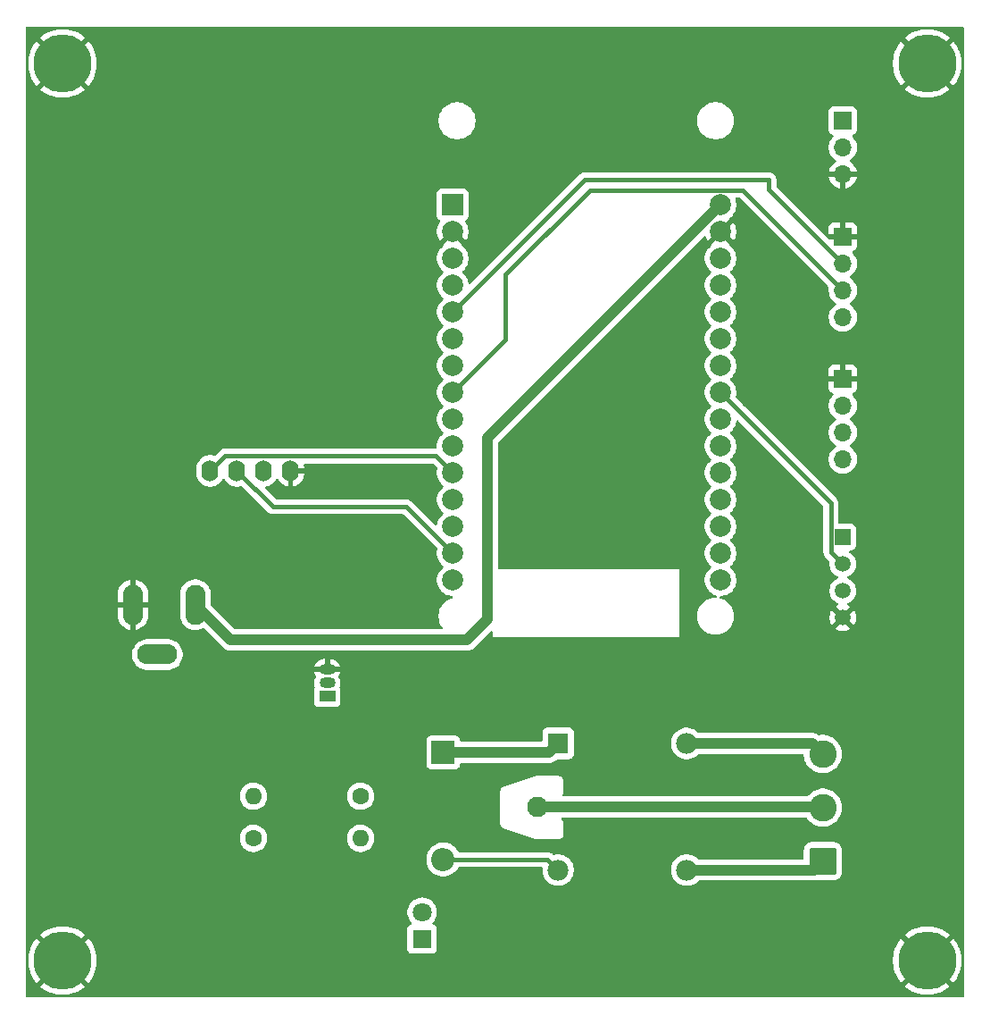
<source format=gbr>
%TF.GenerationSoftware,KiCad,Pcbnew,9.0.0*%
%TF.CreationDate,2025-04-18T09:35:11+07:00*%
%TF.ProjectId,Final_Project_PCB,46696e61-6c5f-4507-926f-6a6563745f50,rev?*%
%TF.SameCoordinates,Original*%
%TF.FileFunction,Copper,L1,Top*%
%TF.FilePolarity,Positive*%
%FSLAX46Y46*%
G04 Gerber Fmt 4.6, Leading zero omitted, Abs format (unit mm)*
G04 Created by KiCad (PCBNEW 9.0.0) date 2025-04-18 09:35:11*
%MOMM*%
%LPD*%
G01*
G04 APERTURE LIST*
G04 Aperture macros list*
%AMRoundRect*
0 Rectangle with rounded corners*
0 $1 Rounding radius*
0 $2 $3 $4 $5 $6 $7 $8 $9 X,Y pos of 4 corners*
0 Add a 4 corners polygon primitive as box body*
4,1,4,$2,$3,$4,$5,$6,$7,$8,$9,$2,$3,0*
0 Add four circle primitives for the rounded corners*
1,1,$1+$1,$2,$3*
1,1,$1+$1,$4,$5*
1,1,$1+$1,$6,$7*
1,1,$1+$1,$8,$9*
0 Add four rect primitives between the rounded corners*
20,1,$1+$1,$2,$3,$4,$5,0*
20,1,$1+$1,$4,$5,$6,$7,0*
20,1,$1+$1,$6,$7,$8,$9,0*
20,1,$1+$1,$8,$9,$2,$3,0*%
G04 Aperture macros list end*
%TA.AperFunction,ComponentPad*%
%ADD10C,5.500000*%
%TD*%
%TA.AperFunction,ComponentPad*%
%ADD11R,1.500000X1.050000*%
%TD*%
%TA.AperFunction,ComponentPad*%
%ADD12O,1.500000X1.050000*%
%TD*%
%TA.AperFunction,ComponentPad*%
%ADD13R,2.200000X2.200000*%
%TD*%
%TA.AperFunction,ComponentPad*%
%ADD14O,2.200000X2.200000*%
%TD*%
%TA.AperFunction,ComponentPad*%
%ADD15R,1.800000X1.800000*%
%TD*%
%TA.AperFunction,ComponentPad*%
%ADD16C,1.800000*%
%TD*%
%TA.AperFunction,ComponentPad*%
%ADD17R,2.000000X2.000000*%
%TD*%
%TA.AperFunction,ComponentPad*%
%ADD18C,2.000000*%
%TD*%
%TA.AperFunction,ComponentPad*%
%ADD19RoundRect,0.250000X1.050000X-1.050000X1.050000X1.050000X-1.050000X1.050000X-1.050000X-1.050000X0*%
%TD*%
%TA.AperFunction,ComponentPad*%
%ADD20C,2.600000*%
%TD*%
%TA.AperFunction,ComponentPad*%
%ADD21R,1.700000X1.700000*%
%TD*%
%TA.AperFunction,ComponentPad*%
%ADD22O,1.700000X1.700000*%
%TD*%
%TA.AperFunction,ComponentPad*%
%ADD23R,1.980000X1.980000*%
%TD*%
%TA.AperFunction,ComponentPad*%
%ADD24C,1.980000*%
%TD*%
%TA.AperFunction,ComponentPad*%
%ADD25C,1.935000*%
%TD*%
%TA.AperFunction,ComponentPad*%
%ADD26C,1.600000*%
%TD*%
%TA.AperFunction,ComponentPad*%
%ADD27O,1.600000X1.600000*%
%TD*%
%TA.AperFunction,ComponentPad*%
%ADD28R,1.500000X1.500000*%
%TD*%
%TA.AperFunction,ComponentPad*%
%ADD29C,1.500000*%
%TD*%
%TA.AperFunction,ComponentPad*%
%ADD30O,1.900000X3.800000*%
%TD*%
%TA.AperFunction,ComponentPad*%
%ADD31O,3.800000X1.900000*%
%TD*%
%TA.AperFunction,ComponentPad*%
%ADD32O,1.600000X2.000000*%
%TD*%
%TA.AperFunction,Conductor*%
%ADD33C,0.400000*%
%TD*%
%TA.AperFunction,Conductor*%
%ADD34C,1.000000*%
%TD*%
G04 APERTURE END LIST*
D10*
%TO.P,H3,1,1*%
%TO.N,GND*%
X154000000Y-124000000D03*
%TD*%
D11*
%TO.P,Q1,1,C*%
%TO.N,Net-(D1-A)*%
X179100000Y-98960000D03*
D12*
%TO.P,Q1,2,B*%
%TO.N,Net-(Q1-B)*%
X179100000Y-97690000D03*
%TO.P,Q1,3,E*%
%TO.N,GND*%
X179100000Y-96420000D03*
%TD*%
D13*
%TO.P,D1,1,K*%
%TO.N,+5V*%
X190100000Y-104260000D03*
D14*
%TO.P,D1,2,A*%
%TO.N,Net-(D1-A)*%
X190100000Y-114420000D03*
%TD*%
D15*
%TO.P,D2,1,K*%
%TO.N,Net-(D1-A)*%
X188100000Y-121960000D03*
D16*
%TO.P,D2,2,A*%
%TO.N,Net-(D2-A)*%
X188100000Y-119420000D03*
%TD*%
D10*
%TO.P,H4,1,1*%
%TO.N,GND*%
X154000000Y-39000000D03*
%TD*%
D17*
%TO.P,U1,1,3V3*%
%TO.N,+3.3V*%
X191000000Y-52380000D03*
D18*
%TO.P,U1,2,GND*%
%TO.N,GND*%
X191000000Y-54920000D03*
%TO.P,U1,3,D15*%
%TO.N,unconnected-(U1-D15-Pad3)*%
X191000000Y-57460000D03*
%TO.P,U1,4,D2*%
%TO.N,unconnected-(U1-D2-Pad4)*%
X191000000Y-60000000D03*
%TO.P,U1,5,D4*%
%TO.N,/ECHO*%
X191000000Y-62540000D03*
%TO.P,U1,6,RX2*%
%TO.N,unconnected-(U1-RX2-Pad6)*%
X191000000Y-65080000D03*
%TO.P,U1,7,TX2*%
%TO.N,unconnected-(U1-TX2-Pad7)*%
X191000000Y-67620000D03*
%TO.P,U1,8,D5*%
%TO.N,/TRIG*%
X191000000Y-70160000D03*
%TO.P,U1,9,D18*%
%TO.N,unconnected-(U1-D18-Pad9)*%
X191000000Y-72700000D03*
%TO.P,U1,10,D19*%
%TO.N,unconnected-(U1-D19-Pad10)*%
X191000000Y-75240000D03*
%TO.P,U1,11,D21*%
%TO.N,/SDA*%
X191000000Y-77780000D03*
%TO.P,U1,12,RX0*%
%TO.N,unconnected-(U1-RX0-Pad12)*%
X191000000Y-80320000D03*
%TO.P,U1,13,TX0*%
%TO.N,unconnected-(U1-TX0-Pad13)*%
X191000000Y-82860000D03*
%TO.P,U1,14,D22*%
%TO.N,/SCL*%
X191000000Y-85400000D03*
%TO.P,U1,15,D23*%
%TO.N,/RELAY*%
X191000000Y-87940000D03*
%TO.P,U1,16,EN*%
%TO.N,unconnected-(U1-EN-Pad16)*%
X216400000Y-87940000D03*
%TO.P,U1,17,VP*%
%TO.N,unconnected-(U1-VP-Pad17)*%
X216400000Y-85400000D03*
%TO.P,U1,18,VN*%
%TO.N,unconnected-(U1-VN-Pad18)*%
X216400000Y-82860000D03*
%TO.P,U1,19,D34*%
%TO.N,/AO_SOIL*%
X216400000Y-80320000D03*
%TO.P,U1,20,D35*%
%TO.N,/AO_LDR*%
X216400000Y-77780000D03*
%TO.P,U1,21,D32*%
%TO.N,unconnected-(U1-D32-Pad21)*%
X216400000Y-75240000D03*
%TO.P,U1,22,D33*%
%TO.N,unconnected-(U1-D33-Pad22)*%
X216400000Y-72700000D03*
%TO.P,U1,23,D25*%
%TO.N,/DHT*%
X216400000Y-70160000D03*
%TO.P,U1,24,D26*%
%TO.N,unconnected-(U1-D26-Pad24)*%
X216400000Y-67620000D03*
%TO.P,U1,25,D27*%
%TO.N,unconnected-(U1-D27-Pad25)*%
X216400000Y-65080000D03*
%TO.P,U1,26,D14*%
%TO.N,unconnected-(U1-D14-Pad26)*%
X216400000Y-62540000D03*
%TO.P,U1,27,D12*%
%TO.N,unconnected-(U1-D12-Pad27)*%
X216400000Y-60000000D03*
%TO.P,U1,28,D13*%
%TO.N,unconnected-(U1-D13-Pad28)*%
X216400000Y-57460000D03*
%TO.P,U1,29,GND*%
%TO.N,GND*%
X216400000Y-54920000D03*
%TO.P,U1,30,VIN*%
%TO.N,+5V*%
X216400000Y-52380000D03*
%TD*%
D10*
%TO.P,H1,1,1*%
%TO.N,GND*%
X236000000Y-39000000D03*
%TD*%
D19*
%TO.P,J1,1,Pin_1*%
%TO.N,Net-(J1-Pin_1)*%
X226100000Y-114580000D03*
D20*
%TO.P,J1,2,Pin_2*%
%TO.N,Net-(J1-Pin_2)*%
X226100000Y-109500000D03*
%TO.P,J1,3,Pin_3*%
%TO.N,Net-(J1-Pin_3)*%
X226100000Y-104420000D03*
%TD*%
D21*
%TO.P,J3,1,Pin_1*%
%TO.N,GND*%
X228000000Y-68880000D03*
D22*
%TO.P,J3,2,Pin_2*%
%TO.N,/AO_LDR*%
X228000000Y-71420000D03*
%TO.P,J3,3,Pin_3*%
%TO.N,unconnected-(J3-Pin_3-Pad3)*%
X228000000Y-73960000D03*
%TO.P,J3,4,Pin_4*%
%TO.N,+3.3V*%
X228000000Y-76500000D03*
%TD*%
D23*
%TO.P,K1,A1*%
%TO.N,+5V*%
X201000000Y-103420000D03*
D24*
%TO.P,K1,A2*%
%TO.N,Net-(D1-A)*%
X201000000Y-115420000D03*
D25*
%TO.P,K1,COM*%
%TO.N,Net-(J1-Pin_2)*%
X199000000Y-109420000D03*
D24*
%TO.P,K1,NC*%
%TO.N,Net-(J1-Pin_3)*%
X213200000Y-103420000D03*
%TO.P,K1,NO*%
%TO.N,Net-(J1-Pin_1)*%
X213200000Y-115420000D03*
%TD*%
D21*
%TO.P,J4,1,Pin_1*%
%TO.N,/AO_SOIL*%
X228000000Y-44420000D03*
D22*
%TO.P,J4,2,Pin_2*%
%TO.N,+3.3V*%
X228000000Y-46960000D03*
%TO.P,J4,3,Pin_3*%
%TO.N,GND*%
X228000000Y-49500000D03*
%TD*%
D26*
%TO.P,R1,1*%
%TO.N,/RELAY*%
X182260000Y-108420000D03*
D27*
%TO.P,R1,2*%
%TO.N,Net-(Q1-B)*%
X172100000Y-108420000D03*
%TD*%
D28*
%TO.P,U2,1,VDD*%
%TO.N,+3.3V*%
X228000000Y-83880000D03*
D29*
%TO.P,U2,2,DATA*%
%TO.N,/DHT*%
X228000000Y-86420000D03*
%TO.P,U2,3,NC*%
%TO.N,unconnected-(U2-NC-Pad3)*%
X228000000Y-88960000D03*
%TO.P,U2,4,GND*%
%TO.N,GND*%
X228000000Y-91500000D03*
%TD*%
D10*
%TO.P,H2,1,1*%
%TO.N,GND*%
X236000000Y-124000000D03*
%TD*%
D26*
%TO.P,R2,1*%
%TO.N,Net-(D2-A)*%
X172100000Y-112420000D03*
D27*
%TO.P,R2,2*%
%TO.N,+5V*%
X182260000Y-112420000D03*
%TD*%
D21*
%TO.P,J2,1,Pin_1*%
%TO.N,GND*%
X228000000Y-55420000D03*
D22*
%TO.P,J2,2,Pin_2*%
%TO.N,/ECHO*%
X228000000Y-57960000D03*
%TO.P,J2,3,Pin_3*%
%TO.N,/TRIG*%
X228000000Y-60500000D03*
%TO.P,J2,4,Pin_4*%
%TO.N,+5V*%
X228000000Y-63040000D03*
%TD*%
D30*
%TO.P,J5,1*%
%TO.N,+5V*%
X166600000Y-90270000D03*
%TO.P,J5,2*%
%TO.N,GND*%
X160670000Y-90270000D03*
D31*
%TO.P,J5,3*%
%TO.N,unconnected-(J5-Pad3)*%
X163000000Y-95000000D03*
%TD*%
D32*
%TO.P,Brd1,1,GND*%
%TO.N,GND*%
X175620000Y-77600000D03*
%TO.P,Brd1,2,VCC*%
%TO.N,+3.3V*%
X173080000Y-77600000D03*
%TO.P,Brd1,3,SCL*%
%TO.N,/SCL*%
X170540000Y-77600000D03*
%TO.P,Brd1,4,SDA*%
%TO.N,/SDA*%
X168000000Y-77600000D03*
%TD*%
D33*
%TO.N,/SDA*%
X189419000Y-76199000D02*
X191000000Y-77780000D01*
X169401000Y-76199000D02*
X189419000Y-76199000D01*
X168000000Y-77600000D02*
X169401000Y-76199000D01*
%TO.N,/SCL*%
X173940000Y-81000000D02*
X186600000Y-81000000D01*
X186600000Y-81000000D02*
X191000000Y-85400000D01*
X170540000Y-77600000D02*
X173940000Y-81000000D01*
D34*
%TO.N,+5V*%
X169951000Y-93621000D02*
X192352395Y-93621000D01*
X194289000Y-91684395D02*
X194289000Y-74491000D01*
X192352395Y-93621000D02*
X194289000Y-91684395D01*
X194289000Y-74491000D02*
X216400000Y-52380000D01*
X166600000Y-90270000D02*
X169951000Y-93621000D01*
X190100000Y-104260000D02*
X200160000Y-104260000D01*
X200160000Y-104260000D02*
X201000000Y-103420000D01*
D33*
%TO.N,Net-(D1-A)*%
X200000000Y-114420000D02*
X201000000Y-115420000D01*
X190100000Y-114420000D02*
X200000000Y-114420000D01*
D34*
%TO.N,Net-(J1-Pin_3)*%
X213200000Y-103420000D02*
X225100000Y-103420000D01*
X225100000Y-103420000D02*
X226100000Y-104420000D01*
%TO.N,Net-(J1-Pin_2)*%
X226020000Y-109420000D02*
X226100000Y-109500000D01*
X199000000Y-109420000D02*
X226020000Y-109420000D01*
%TO.N,Net-(J1-Pin_1)*%
X225260000Y-115420000D02*
X226100000Y-114580000D01*
X213200000Y-115420000D02*
X225260000Y-115420000D01*
D33*
%TO.N,/TRIG*%
X196000000Y-65160000D02*
X191000000Y-70160000D01*
X228000000Y-60500000D02*
X218479000Y-50979000D01*
X218479000Y-50979000D02*
X204021000Y-50979000D01*
X204021000Y-50979000D02*
X196000000Y-59000000D01*
X196000000Y-59000000D02*
X196000000Y-65160000D01*
%TO.N,/ECHO*%
X221000000Y-50960000D02*
X228000000Y-57960000D01*
X221000000Y-50000000D02*
X221000000Y-50960000D01*
X203540000Y-50000000D02*
X221000000Y-50000000D01*
X191000000Y-62540000D02*
X203540000Y-50000000D01*
%TO.N,/DHT*%
X226849000Y-85269000D02*
X226849000Y-80609000D01*
X228000000Y-86420000D02*
X226849000Y-85269000D01*
X226849000Y-80609000D02*
X216400000Y-70160000D01*
%TD*%
%TA.AperFunction,Conductor*%
%TO.N,GND*%
G36*
X189144520Y-76919185D02*
G01*
X189165162Y-76935819D01*
X189512518Y-77283175D01*
X189546003Y-77344498D01*
X189542769Y-77409170D01*
X189536447Y-77428627D01*
X189536447Y-77428628D01*
X189499500Y-77661902D01*
X189499500Y-77898097D01*
X189536446Y-78131368D01*
X189609433Y-78355996D01*
X189716657Y-78566433D01*
X189855483Y-78757510D01*
X190022490Y-78924517D01*
X190057127Y-78949683D01*
X190099792Y-79005013D01*
X190105771Y-79074626D01*
X190073165Y-79136421D01*
X190057130Y-79150315D01*
X190040716Y-79162241D01*
X190022488Y-79175484D01*
X189855485Y-79342487D01*
X189855485Y-79342488D01*
X189855483Y-79342490D01*
X189795862Y-79424550D01*
X189716657Y-79533566D01*
X189609433Y-79744003D01*
X189536446Y-79968631D01*
X189499500Y-80201902D01*
X189499500Y-80438097D01*
X189536446Y-80671368D01*
X189609433Y-80895996D01*
X189716657Y-81106433D01*
X189855483Y-81297510D01*
X190022490Y-81464517D01*
X190057127Y-81489683D01*
X190099792Y-81545013D01*
X190105771Y-81614626D01*
X190073165Y-81676421D01*
X190057130Y-81690315D01*
X190043112Y-81700500D01*
X190022488Y-81715484D01*
X189855485Y-81882487D01*
X189855485Y-81882488D01*
X189855483Y-81882490D01*
X189795862Y-81964550D01*
X189716657Y-82073566D01*
X189609433Y-82284003D01*
X189536447Y-82508630D01*
X189514744Y-82645651D01*
X189484814Y-82708785D01*
X189425502Y-82745716D01*
X189355640Y-82744718D01*
X189304590Y-82713933D01*
X187046546Y-80455888D01*
X187046545Y-80455887D01*
X186931807Y-80379222D01*
X186804332Y-80326421D01*
X186804322Y-80326418D01*
X186668996Y-80299500D01*
X186668994Y-80299500D01*
X186668993Y-80299500D01*
X174281519Y-80299500D01*
X174214480Y-80279815D01*
X174193838Y-80263181D01*
X173223913Y-79293256D01*
X173190428Y-79231933D01*
X173195412Y-79162241D01*
X173237284Y-79106308D01*
X173292195Y-79083102D01*
X173384534Y-79068477D01*
X173579219Y-79005220D01*
X173761610Y-78912287D01*
X173854590Y-78844732D01*
X173927213Y-78791971D01*
X173927215Y-78791968D01*
X173927219Y-78791966D01*
X174071966Y-78647219D01*
X174071968Y-78647215D01*
X174071971Y-78647213D01*
X174192284Y-78481614D01*
X174192285Y-78481613D01*
X174192287Y-78481610D01*
X174239795Y-78388369D01*
X174287770Y-78337574D01*
X174355591Y-78320779D01*
X174421725Y-78343316D01*
X174460765Y-78388370D01*
X174508140Y-78481349D01*
X174628417Y-78646894D01*
X174628417Y-78646895D01*
X174773104Y-78791582D01*
X174938650Y-78911859D01*
X175120968Y-79004754D01*
X175315578Y-79067988D01*
X175370000Y-79076607D01*
X175370000Y-78033012D01*
X175427007Y-78065925D01*
X175554174Y-78100000D01*
X175685826Y-78100000D01*
X175812993Y-78065925D01*
X175870000Y-78033012D01*
X175870000Y-79076606D01*
X175924421Y-79067988D01*
X176119031Y-79004754D01*
X176301349Y-78911859D01*
X176466894Y-78791582D01*
X176466895Y-78791582D01*
X176611582Y-78646895D01*
X176611582Y-78646894D01*
X176731859Y-78481349D01*
X176824755Y-78299031D01*
X176887990Y-78104417D01*
X176920000Y-77902317D01*
X176920000Y-77850000D01*
X176053012Y-77850000D01*
X176085925Y-77792993D01*
X176120000Y-77665826D01*
X176120000Y-77534174D01*
X176085925Y-77407007D01*
X176053012Y-77350000D01*
X176920000Y-77350000D01*
X176920000Y-77297682D01*
X176887989Y-77095581D01*
X176887988Y-77095574D01*
X176877020Y-77061817D01*
X176875025Y-76991976D01*
X176911106Y-76932144D01*
X176973807Y-76901316D01*
X176994951Y-76899500D01*
X189077481Y-76899500D01*
X189144520Y-76919185D01*
G37*
%TD.AperFunction*%
%TA.AperFunction,Conductor*%
G36*
X239442539Y-35520185D02*
G01*
X239488294Y-35572989D01*
X239499500Y-35624500D01*
X239499500Y-127375500D01*
X239479815Y-127442539D01*
X239427011Y-127488294D01*
X239375500Y-127499500D01*
X150624500Y-127499500D01*
X150557461Y-127479815D01*
X150511706Y-127427011D01*
X150500500Y-127375500D01*
X150500500Y-123840341D01*
X150750000Y-123840341D01*
X150750000Y-124159658D01*
X150781298Y-124477438D01*
X150781301Y-124477455D01*
X150843591Y-124790617D01*
X150843594Y-124790628D01*
X150936292Y-125096213D01*
X151058493Y-125391232D01*
X151058495Y-125391237D01*
X151209014Y-125672837D01*
X151209025Y-125672855D01*
X151386422Y-125938348D01*
X151386432Y-125938362D01*
X151531418Y-126115027D01*
X152705747Y-124940697D01*
X152779588Y-125042330D01*
X152957670Y-125220412D01*
X153059301Y-125294251D01*
X151884971Y-126468580D01*
X151884972Y-126468581D01*
X152061637Y-126613567D01*
X152061651Y-126613577D01*
X152327144Y-126790974D01*
X152327162Y-126790985D01*
X152608762Y-126941504D01*
X152608767Y-126941506D01*
X152903786Y-127063707D01*
X153209371Y-127156405D01*
X153209382Y-127156408D01*
X153522544Y-127218698D01*
X153522561Y-127218701D01*
X153840341Y-127250000D01*
X154159659Y-127250000D01*
X154477438Y-127218701D01*
X154477455Y-127218698D01*
X154790617Y-127156408D01*
X154790628Y-127156405D01*
X155096213Y-127063707D01*
X155391232Y-126941506D01*
X155391237Y-126941504D01*
X155672837Y-126790985D01*
X155672855Y-126790974D01*
X155938348Y-126613577D01*
X155938361Y-126613567D01*
X156115026Y-126468581D01*
X156115027Y-126468580D01*
X154940698Y-125294251D01*
X155042330Y-125220412D01*
X155220412Y-125042330D01*
X155294251Y-124940698D01*
X156468580Y-126115027D01*
X156468581Y-126115026D01*
X156613567Y-125938361D01*
X156613577Y-125938348D01*
X156790974Y-125672855D01*
X156790985Y-125672837D01*
X156941504Y-125391237D01*
X156941506Y-125391232D01*
X157063707Y-125096213D01*
X157156405Y-124790628D01*
X157156408Y-124790617D01*
X157218698Y-124477455D01*
X157218701Y-124477438D01*
X157250000Y-124159658D01*
X157250000Y-123840341D01*
X232750000Y-123840341D01*
X232750000Y-124159658D01*
X232781298Y-124477438D01*
X232781301Y-124477455D01*
X232843591Y-124790617D01*
X232843594Y-124790628D01*
X232936292Y-125096213D01*
X233058493Y-125391232D01*
X233058495Y-125391237D01*
X233209014Y-125672837D01*
X233209025Y-125672855D01*
X233386422Y-125938348D01*
X233386432Y-125938362D01*
X233531418Y-126115027D01*
X234705747Y-124940697D01*
X234779588Y-125042330D01*
X234957670Y-125220412D01*
X235059301Y-125294251D01*
X233884971Y-126468580D01*
X233884972Y-126468581D01*
X234061637Y-126613567D01*
X234061651Y-126613577D01*
X234327144Y-126790974D01*
X234327162Y-126790985D01*
X234608762Y-126941504D01*
X234608767Y-126941506D01*
X234903786Y-127063707D01*
X235209371Y-127156405D01*
X235209382Y-127156408D01*
X235522544Y-127218698D01*
X235522561Y-127218701D01*
X235840341Y-127250000D01*
X236159659Y-127250000D01*
X236477438Y-127218701D01*
X236477455Y-127218698D01*
X236790617Y-127156408D01*
X236790628Y-127156405D01*
X237096213Y-127063707D01*
X237391232Y-126941506D01*
X237391237Y-126941504D01*
X237672837Y-126790985D01*
X237672855Y-126790974D01*
X237938348Y-126613577D01*
X237938361Y-126613567D01*
X238115026Y-126468581D01*
X238115027Y-126468580D01*
X236940698Y-125294251D01*
X237042330Y-125220412D01*
X237220412Y-125042330D01*
X237294251Y-124940698D01*
X238468580Y-126115027D01*
X238468581Y-126115026D01*
X238613567Y-125938361D01*
X238613577Y-125938348D01*
X238790974Y-125672855D01*
X238790985Y-125672837D01*
X238941504Y-125391237D01*
X238941506Y-125391232D01*
X239063707Y-125096213D01*
X239156405Y-124790628D01*
X239156408Y-124790617D01*
X239218698Y-124477455D01*
X239218701Y-124477438D01*
X239250000Y-124159658D01*
X239250000Y-123840341D01*
X239218701Y-123522561D01*
X239218698Y-123522544D01*
X239156408Y-123209382D01*
X239156405Y-123209371D01*
X239063707Y-122903786D01*
X238941506Y-122608767D01*
X238941504Y-122608762D01*
X238790985Y-122327162D01*
X238790974Y-122327144D01*
X238613577Y-122061651D01*
X238613567Y-122061637D01*
X238468581Y-121884972D01*
X238468580Y-121884971D01*
X237294251Y-123059300D01*
X237220412Y-122957670D01*
X237042330Y-122779588D01*
X236940698Y-122705748D01*
X238115027Y-121531418D01*
X237938362Y-121386432D01*
X237938348Y-121386422D01*
X237672855Y-121209025D01*
X237672837Y-121209014D01*
X237391237Y-121058495D01*
X237391232Y-121058493D01*
X237096213Y-120936292D01*
X236790628Y-120843594D01*
X236790617Y-120843591D01*
X236477455Y-120781301D01*
X236477438Y-120781298D01*
X236159659Y-120750000D01*
X235840341Y-120750000D01*
X235522561Y-120781298D01*
X235522544Y-120781301D01*
X235209382Y-120843591D01*
X235209371Y-120843594D01*
X234903786Y-120936292D01*
X234608767Y-121058493D01*
X234608762Y-121058495D01*
X234327162Y-121209014D01*
X234327144Y-121209025D01*
X234061651Y-121386422D01*
X234061650Y-121386423D01*
X233884971Y-121531418D01*
X235059301Y-122705748D01*
X234957670Y-122779588D01*
X234779588Y-122957670D01*
X234705748Y-123059301D01*
X233531418Y-121884971D01*
X233386423Y-122061650D01*
X233386422Y-122061651D01*
X233209025Y-122327144D01*
X233209014Y-122327162D01*
X233058495Y-122608762D01*
X233058493Y-122608767D01*
X232936292Y-122903786D01*
X232843594Y-123209371D01*
X232843591Y-123209382D01*
X232781301Y-123522544D01*
X232781298Y-123522561D01*
X232750000Y-123840341D01*
X157250000Y-123840341D01*
X157218701Y-123522561D01*
X157218698Y-123522544D01*
X157156408Y-123209382D01*
X157156405Y-123209371D01*
X157063707Y-122903786D01*
X156941506Y-122608767D01*
X156941504Y-122608762D01*
X156790985Y-122327162D01*
X156790974Y-122327144D01*
X156613577Y-122061651D01*
X156613567Y-122061637D01*
X156468581Y-121884972D01*
X156468580Y-121884971D01*
X155294251Y-123059300D01*
X155220412Y-122957670D01*
X155042330Y-122779588D01*
X154940698Y-122705748D01*
X156115027Y-121531418D01*
X155938362Y-121386432D01*
X155938348Y-121386422D01*
X155672855Y-121209025D01*
X155672837Y-121209014D01*
X155391237Y-121058495D01*
X155391232Y-121058493D01*
X155096213Y-120936292D01*
X154790628Y-120843594D01*
X154790617Y-120843591D01*
X154477455Y-120781301D01*
X154477438Y-120781298D01*
X154159659Y-120750000D01*
X153840341Y-120750000D01*
X153522561Y-120781298D01*
X153522544Y-120781301D01*
X153209382Y-120843591D01*
X153209371Y-120843594D01*
X152903786Y-120936292D01*
X152608767Y-121058493D01*
X152608762Y-121058495D01*
X152327162Y-121209014D01*
X152327144Y-121209025D01*
X152061651Y-121386422D01*
X152061650Y-121386423D01*
X151884971Y-121531418D01*
X153059301Y-122705748D01*
X152957670Y-122779588D01*
X152779588Y-122957670D01*
X152705748Y-123059301D01*
X151531418Y-121884971D01*
X151386423Y-122061650D01*
X151386422Y-122061651D01*
X151209025Y-122327144D01*
X151209014Y-122327162D01*
X151058495Y-122608762D01*
X151058493Y-122608767D01*
X150936292Y-122903786D01*
X150843594Y-123209371D01*
X150843591Y-123209382D01*
X150781301Y-123522544D01*
X150781298Y-123522561D01*
X150750000Y-123840341D01*
X150500500Y-123840341D01*
X150500500Y-119309778D01*
X186699500Y-119309778D01*
X186699500Y-119530221D01*
X186733985Y-119747952D01*
X186802103Y-119957603D01*
X186802104Y-119957606D01*
X186902187Y-120154025D01*
X187031752Y-120332358D01*
X187031756Y-120332363D01*
X187081928Y-120382535D01*
X187115413Y-120443858D01*
X187110429Y-120513550D01*
X187068557Y-120569483D01*
X187037581Y-120586398D01*
X186957669Y-120616203D01*
X186957664Y-120616206D01*
X186842455Y-120702452D01*
X186842452Y-120702455D01*
X186756206Y-120817664D01*
X186756202Y-120817671D01*
X186705908Y-120952517D01*
X186699501Y-121012116D01*
X186699501Y-121012123D01*
X186699500Y-121012135D01*
X186699500Y-122907870D01*
X186699501Y-122907876D01*
X186705908Y-122967483D01*
X186756202Y-123102328D01*
X186756206Y-123102335D01*
X186842452Y-123217544D01*
X186842455Y-123217547D01*
X186957664Y-123303793D01*
X186957671Y-123303797D01*
X187092517Y-123354091D01*
X187092516Y-123354091D01*
X187099444Y-123354835D01*
X187152127Y-123360500D01*
X189047872Y-123360499D01*
X189107483Y-123354091D01*
X189242331Y-123303796D01*
X189357546Y-123217546D01*
X189443796Y-123102331D01*
X189494091Y-122967483D01*
X189500500Y-122907873D01*
X189500499Y-121012128D01*
X189494091Y-120952517D01*
X189488039Y-120936292D01*
X189443797Y-120817671D01*
X189443793Y-120817664D01*
X189357547Y-120702455D01*
X189357544Y-120702452D01*
X189242335Y-120616206D01*
X189242328Y-120616202D01*
X189162419Y-120586398D01*
X189106485Y-120544527D01*
X189082068Y-120479062D01*
X189096920Y-120410789D01*
X189118069Y-120382537D01*
X189168242Y-120332365D01*
X189297815Y-120154022D01*
X189397895Y-119957606D01*
X189466015Y-119747951D01*
X189500500Y-119530222D01*
X189500500Y-119309778D01*
X189466015Y-119092049D01*
X189397895Y-118882394D01*
X189397895Y-118882393D01*
X189363237Y-118814375D01*
X189297815Y-118685978D01*
X189281260Y-118663192D01*
X189168247Y-118507641D01*
X189168243Y-118507636D01*
X189012363Y-118351756D01*
X189012358Y-118351752D01*
X188834025Y-118222187D01*
X188834024Y-118222186D01*
X188834022Y-118222185D01*
X188771096Y-118190122D01*
X188637606Y-118122104D01*
X188637603Y-118122103D01*
X188427952Y-118053985D01*
X188319086Y-118036742D01*
X188210222Y-118019500D01*
X187989778Y-118019500D01*
X187917201Y-118030995D01*
X187772047Y-118053985D01*
X187562396Y-118122103D01*
X187562393Y-118122104D01*
X187365974Y-118222187D01*
X187187641Y-118351752D01*
X187187636Y-118351756D01*
X187031756Y-118507636D01*
X187031752Y-118507641D01*
X186902187Y-118685974D01*
X186802104Y-118882393D01*
X186802103Y-118882396D01*
X186733985Y-119092047D01*
X186699500Y-119309778D01*
X150500500Y-119309778D01*
X150500500Y-114294038D01*
X188499500Y-114294038D01*
X188499500Y-114545962D01*
X188538910Y-114794785D01*
X188616760Y-115034383D01*
X188731132Y-115258848D01*
X188879201Y-115462649D01*
X188879205Y-115462654D01*
X189057345Y-115640794D01*
X189057350Y-115640798D01*
X189233842Y-115769026D01*
X189261155Y-115788870D01*
X189404184Y-115861747D01*
X189485616Y-115903239D01*
X189485618Y-115903239D01*
X189485621Y-115903241D01*
X189725215Y-115981090D01*
X189974038Y-116020500D01*
X189974039Y-116020500D01*
X190225961Y-116020500D01*
X190225962Y-116020500D01*
X190474785Y-115981090D01*
X190714379Y-115903241D01*
X190938845Y-115788870D01*
X191142656Y-115640793D01*
X191320793Y-115462656D01*
X191468870Y-115258845D01*
X191504863Y-115188205D01*
X191552838Y-115137409D01*
X191615348Y-115120500D01*
X199393172Y-115120500D01*
X199460211Y-115140185D01*
X199505966Y-115192989D01*
X199515910Y-115262147D01*
X199515645Y-115263898D01*
X199509500Y-115302695D01*
X199509500Y-115537304D01*
X199546201Y-115769027D01*
X199618697Y-115992150D01*
X199725212Y-116201195D01*
X199863104Y-116390989D01*
X199863108Y-116390994D01*
X200029005Y-116556891D01*
X200029010Y-116556895D01*
X200194558Y-116677171D01*
X200218808Y-116694790D01*
X200427847Y-116801301D01*
X200427849Y-116801302D01*
X200539410Y-116837550D01*
X200650974Y-116873799D01*
X200882695Y-116910500D01*
X200882696Y-116910500D01*
X201117304Y-116910500D01*
X201117305Y-116910500D01*
X201349026Y-116873799D01*
X201572153Y-116801301D01*
X201781192Y-116694790D01*
X201970996Y-116556890D01*
X202136890Y-116390996D01*
X202274790Y-116201192D01*
X202381301Y-115992153D01*
X202453799Y-115769026D01*
X202490500Y-115537305D01*
X202490500Y-115302695D01*
X211709500Y-115302695D01*
X211709500Y-115537304D01*
X211746201Y-115769027D01*
X211818697Y-115992150D01*
X211925212Y-116201195D01*
X212063104Y-116390989D01*
X212063108Y-116390994D01*
X212229005Y-116556891D01*
X212229010Y-116556895D01*
X212394558Y-116677171D01*
X212418808Y-116694790D01*
X212627847Y-116801301D01*
X212627849Y-116801302D01*
X212739410Y-116837550D01*
X212850974Y-116873799D01*
X213082695Y-116910500D01*
X213082696Y-116910500D01*
X213317304Y-116910500D01*
X213317305Y-116910500D01*
X213549026Y-116873799D01*
X213772153Y-116801301D01*
X213981192Y-116694790D01*
X214170996Y-116556890D01*
X214271067Y-116456819D01*
X214332390Y-116423334D01*
X214358748Y-116420500D01*
X225358543Y-116420500D01*
X225417871Y-116408698D01*
X225506866Y-116390996D01*
X225547665Y-116382880D01*
X225571851Y-116380499D01*
X227200002Y-116380499D01*
X227200008Y-116380499D01*
X227302797Y-116369999D01*
X227469334Y-116314814D01*
X227618656Y-116222712D01*
X227742712Y-116098656D01*
X227834814Y-115949334D01*
X227889999Y-115782797D01*
X227900500Y-115680009D01*
X227900499Y-113479992D01*
X227889999Y-113377203D01*
X227834814Y-113210666D01*
X227742712Y-113061344D01*
X227618656Y-112937288D01*
X227525888Y-112880069D01*
X227469336Y-112845187D01*
X227469331Y-112845185D01*
X227467862Y-112844698D01*
X227302797Y-112790001D01*
X227302795Y-112790000D01*
X227200010Y-112779500D01*
X224999998Y-112779500D01*
X224999981Y-112779501D01*
X224897203Y-112790000D01*
X224897200Y-112790001D01*
X224730668Y-112845185D01*
X224730663Y-112845187D01*
X224581342Y-112937289D01*
X224457289Y-113061342D01*
X224365187Y-113210663D01*
X224365186Y-113210666D01*
X224310001Y-113377203D01*
X224310001Y-113377204D01*
X224310000Y-113377204D01*
X224299500Y-113479983D01*
X224299500Y-114295500D01*
X224279815Y-114362539D01*
X224227011Y-114408294D01*
X224175500Y-114419500D01*
X214358748Y-114419500D01*
X214291709Y-114399815D01*
X214271067Y-114383181D01*
X214170994Y-114283108D01*
X214170989Y-114283104D01*
X213981195Y-114145212D01*
X213981194Y-114145211D01*
X213981192Y-114145210D01*
X213876672Y-114091954D01*
X213772150Y-114038697D01*
X213549027Y-113966201D01*
X213433165Y-113947850D01*
X213317305Y-113929500D01*
X213082695Y-113929500D01*
X213013534Y-113940454D01*
X212850972Y-113966201D01*
X212627849Y-114038697D01*
X212418804Y-114145212D01*
X212229010Y-114283104D01*
X212229005Y-114283108D01*
X212063108Y-114449005D01*
X212063104Y-114449010D01*
X211925212Y-114638804D01*
X211818697Y-114847849D01*
X211746201Y-115070972D01*
X211709500Y-115302695D01*
X202490500Y-115302695D01*
X202453799Y-115070974D01*
X202381301Y-114847847D01*
X202274790Y-114638808D01*
X202207333Y-114545961D01*
X202136895Y-114449010D01*
X202136891Y-114449005D01*
X201970994Y-114283108D01*
X201970989Y-114283104D01*
X201781195Y-114145212D01*
X201781194Y-114145211D01*
X201781192Y-114145210D01*
X201676672Y-114091954D01*
X201572150Y-114038697D01*
X201349027Y-113966201D01*
X201233165Y-113947850D01*
X201117305Y-113929500D01*
X200882695Y-113929500D01*
X200824764Y-113938675D01*
X200650971Y-113966201D01*
X200637105Y-113970706D01*
X200567264Y-113972698D01*
X200511112Y-113940454D01*
X200446545Y-113875887D01*
X200331807Y-113799222D01*
X200204332Y-113746421D01*
X200204322Y-113746418D01*
X200068996Y-113719500D01*
X200068994Y-113719500D01*
X200068993Y-113719500D01*
X191615348Y-113719500D01*
X191548309Y-113699815D01*
X191504863Y-113651795D01*
X191491321Y-113625218D01*
X191468870Y-113581155D01*
X191433363Y-113532284D01*
X191320798Y-113377350D01*
X191320794Y-113377345D01*
X191142654Y-113199205D01*
X191142649Y-113199201D01*
X190938848Y-113051132D01*
X190938847Y-113051131D01*
X190938845Y-113051130D01*
X190868747Y-113015413D01*
X190714383Y-112936760D01*
X190474785Y-112858910D01*
X190388142Y-112845187D01*
X190225962Y-112819500D01*
X189974038Y-112819500D01*
X189849626Y-112839205D01*
X189725214Y-112858910D01*
X189485616Y-112936760D01*
X189261151Y-113051132D01*
X189057350Y-113199201D01*
X189057345Y-113199205D01*
X188879205Y-113377345D01*
X188879201Y-113377350D01*
X188731132Y-113581151D01*
X188616760Y-113805616D01*
X188541027Y-114038699D01*
X188538910Y-114045215D01*
X188499500Y-114294038D01*
X150500500Y-114294038D01*
X150500500Y-112317648D01*
X170799500Y-112317648D01*
X170799500Y-112522351D01*
X170831522Y-112724534D01*
X170894781Y-112919223D01*
X170958691Y-113044653D01*
X170967196Y-113061344D01*
X170987715Y-113101613D01*
X171108028Y-113267213D01*
X171252786Y-113411971D01*
X171407749Y-113524556D01*
X171418390Y-113532287D01*
X171514291Y-113581151D01*
X171600776Y-113625218D01*
X171600778Y-113625218D01*
X171600781Y-113625220D01*
X171705137Y-113659127D01*
X171795465Y-113688477D01*
X171867050Y-113699815D01*
X171997648Y-113720500D01*
X171997649Y-113720500D01*
X172202351Y-113720500D01*
X172202352Y-113720500D01*
X172404534Y-113688477D01*
X172599219Y-113625220D01*
X172781610Y-113532287D01*
X172874590Y-113464732D01*
X172947213Y-113411971D01*
X172947215Y-113411968D01*
X172947219Y-113411966D01*
X173091966Y-113267219D01*
X173091968Y-113267215D01*
X173091971Y-113267213D01*
X173144732Y-113194590D01*
X173212287Y-113101610D01*
X173305220Y-112919219D01*
X173368477Y-112724534D01*
X173400500Y-112522352D01*
X173400500Y-112317648D01*
X180959500Y-112317648D01*
X180959500Y-112522351D01*
X180991522Y-112724534D01*
X181054781Y-112919223D01*
X181118691Y-113044653D01*
X181127196Y-113061344D01*
X181147715Y-113101613D01*
X181268028Y-113267213D01*
X181412786Y-113411971D01*
X181567749Y-113524556D01*
X181578390Y-113532287D01*
X181674291Y-113581151D01*
X181760776Y-113625218D01*
X181760778Y-113625218D01*
X181760781Y-113625220D01*
X181865137Y-113659127D01*
X181955465Y-113688477D01*
X182027050Y-113699815D01*
X182157648Y-113720500D01*
X182157649Y-113720500D01*
X182362351Y-113720500D01*
X182362352Y-113720500D01*
X182564534Y-113688477D01*
X182759219Y-113625220D01*
X182941610Y-113532287D01*
X183034590Y-113464732D01*
X183107213Y-113411971D01*
X183107215Y-113411968D01*
X183107219Y-113411966D01*
X183251966Y-113267219D01*
X183251968Y-113267215D01*
X183251971Y-113267213D01*
X183304732Y-113194590D01*
X183372287Y-113101610D01*
X183465220Y-112919219D01*
X183528477Y-112724534D01*
X183560500Y-112522352D01*
X183560500Y-112317648D01*
X183528477Y-112115466D01*
X183512369Y-112065892D01*
X183465218Y-111920776D01*
X183431503Y-111854607D01*
X183372287Y-111738390D01*
X183364556Y-111727749D01*
X183251971Y-111572786D01*
X183107213Y-111428028D01*
X182941613Y-111307715D01*
X182941612Y-111307714D01*
X182941610Y-111307713D01*
X182866992Y-111269693D01*
X182759223Y-111214781D01*
X182564534Y-111151522D01*
X182389995Y-111123878D01*
X182362352Y-111119500D01*
X182157648Y-111119500D01*
X182133329Y-111123351D01*
X181955465Y-111151522D01*
X181760776Y-111214781D01*
X181578386Y-111307715D01*
X181412786Y-111428028D01*
X181268028Y-111572786D01*
X181147715Y-111738386D01*
X181054781Y-111920776D01*
X180991522Y-112115465D01*
X180959500Y-112317648D01*
X173400500Y-112317648D01*
X173368477Y-112115466D01*
X173352369Y-112065892D01*
X173305218Y-111920776D01*
X173271503Y-111854607D01*
X173212287Y-111738390D01*
X173204556Y-111727749D01*
X173091971Y-111572786D01*
X172947213Y-111428028D01*
X172781613Y-111307715D01*
X172781612Y-111307714D01*
X172781610Y-111307713D01*
X172706992Y-111269693D01*
X172599223Y-111214781D01*
X172404534Y-111151522D01*
X172229995Y-111123878D01*
X172202352Y-111119500D01*
X171997648Y-111119500D01*
X171973329Y-111123351D01*
X171795465Y-111151522D01*
X171600776Y-111214781D01*
X171418386Y-111307715D01*
X171252786Y-111428028D01*
X171108028Y-111572786D01*
X170987715Y-111738386D01*
X170894781Y-111920776D01*
X170831522Y-112115465D01*
X170799500Y-112317648D01*
X150500500Y-112317648D01*
X150500500Y-111035787D01*
X195496450Y-111035787D01*
X195496981Y-111038377D01*
X195499500Y-111063242D01*
X195499500Y-111065892D01*
X195512669Y-111115041D01*
X195522871Y-111164894D01*
X195529671Y-111178495D01*
X195532920Y-111190619D01*
X195533608Y-111193186D01*
X195557200Y-111234050D01*
X195557199Y-111234050D01*
X195559060Y-111237274D01*
X195581807Y-111282766D01*
X195591892Y-111294138D01*
X195598169Y-111305010D01*
X195598171Y-111305013D01*
X195599498Y-111307311D01*
X195599500Y-111307314D01*
X195599503Y-111307317D01*
X195632849Y-111340663D01*
X195637930Y-111346057D01*
X195669242Y-111381368D01*
X195669244Y-111381369D01*
X195671456Y-111382830D01*
X195681934Y-111389748D01*
X195692686Y-111400500D01*
X195736736Y-111425932D01*
X195739836Y-111427979D01*
X195739845Y-111427984D01*
X195739912Y-111428028D01*
X195779217Y-111453979D01*
X195793642Y-111458787D01*
X195806814Y-111466392D01*
X195855967Y-111479562D01*
X198781729Y-112454816D01*
X198804518Y-112465066D01*
X198806814Y-112466392D01*
X198855967Y-112479562D01*
X198904239Y-112495653D01*
X198919419Y-112496564D01*
X198934108Y-112500500D01*
X198981275Y-112500500D01*
X198988705Y-112500723D01*
X199035787Y-112503549D01*
X199038387Y-112503017D01*
X199063245Y-112500500D01*
X201065890Y-112500500D01*
X201065892Y-112500500D01*
X201193186Y-112466392D01*
X201307314Y-112400500D01*
X201400500Y-112307314D01*
X201466392Y-112193186D01*
X201500500Y-112065892D01*
X201500500Y-110934108D01*
X201466392Y-110806814D01*
X201400500Y-110692686D01*
X201339995Y-110632181D01*
X201306510Y-110570858D01*
X201311494Y-110501166D01*
X201353366Y-110445233D01*
X201418830Y-110420816D01*
X201427676Y-110420500D01*
X224480822Y-110420500D01*
X224547861Y-110440185D01*
X224588208Y-110482499D01*
X224599727Y-110502450D01*
X224599730Y-110502454D01*
X224599733Y-110502458D01*
X224743406Y-110689697D01*
X224743412Y-110689704D01*
X224910295Y-110856587D01*
X224910301Y-110856592D01*
X225097550Y-111000273D01*
X225228918Y-111076118D01*
X225301943Y-111118280D01*
X225301948Y-111118282D01*
X225301951Y-111118284D01*
X225520007Y-111208606D01*
X225747986Y-111269693D01*
X225981989Y-111300500D01*
X225981996Y-111300500D01*
X226218004Y-111300500D01*
X226218011Y-111300500D01*
X226452014Y-111269693D01*
X226679993Y-111208606D01*
X226898049Y-111118284D01*
X227102450Y-111000273D01*
X227289699Y-110856592D01*
X227456592Y-110689699D01*
X227600273Y-110502450D01*
X227718284Y-110298049D01*
X227808606Y-110079993D01*
X227869693Y-109852014D01*
X227900500Y-109618011D01*
X227900500Y-109381989D01*
X227869693Y-109147986D01*
X227808606Y-108920007D01*
X227718284Y-108701951D01*
X227718282Y-108701948D01*
X227718280Y-108701943D01*
X227614592Y-108522352D01*
X227600273Y-108497550D01*
X227456592Y-108310301D01*
X227456587Y-108310295D01*
X227289704Y-108143412D01*
X227289697Y-108143406D01*
X227102454Y-107999730D01*
X227102453Y-107999729D01*
X227102450Y-107999727D01*
X227015132Y-107949314D01*
X226898056Y-107881719D01*
X226898045Y-107881714D01*
X226679993Y-107791394D01*
X226452010Y-107730306D01*
X226218020Y-107699501D01*
X226218017Y-107699500D01*
X226218011Y-107699500D01*
X225981989Y-107699500D01*
X225981983Y-107699500D01*
X225981979Y-107699501D01*
X225747989Y-107730306D01*
X225520006Y-107791394D01*
X225301954Y-107881714D01*
X225301943Y-107881719D01*
X225097545Y-107999730D01*
X224910302Y-108143406D01*
X224910295Y-108143412D01*
X224743412Y-108310295D01*
X224743406Y-108310302D01*
X224696843Y-108370986D01*
X224640416Y-108412189D01*
X224598467Y-108419500D01*
X201550504Y-108419500D01*
X201483465Y-108399815D01*
X201437710Y-108347011D01*
X201427766Y-108277853D01*
X201443117Y-108233499D01*
X201466391Y-108193187D01*
X201466392Y-108193186D01*
X201500500Y-108065892D01*
X201500500Y-106934108D01*
X201466392Y-106806814D01*
X201400500Y-106692686D01*
X201307314Y-106599500D01*
X201213233Y-106545182D01*
X201193187Y-106533608D01*
X201083981Y-106504347D01*
X201065892Y-106499500D01*
X201065891Y-106499500D01*
X199050687Y-106499500D01*
X199035787Y-106496451D01*
X198984990Y-106499500D01*
X198934108Y-106499500D01*
X198934107Y-106499500D01*
X198931534Y-106500189D01*
X198931533Y-106500188D01*
X198919413Y-106503435D01*
X198904239Y-106504347D01*
X198855995Y-106520427D01*
X198852407Y-106521389D01*
X198852389Y-106521395D01*
X198816178Y-106531098D01*
X198806814Y-106533608D01*
X198806813Y-106533608D01*
X198806811Y-106533609D01*
X198806810Y-106533609D01*
X198804513Y-106534936D01*
X198781731Y-106545182D01*
X195859498Y-107519259D01*
X195859497Y-107519258D01*
X195855932Y-107520446D01*
X195806814Y-107533608D01*
X195793646Y-107541209D01*
X195781738Y-107545179D01*
X195781738Y-107545180D01*
X195779220Y-107546019D01*
X195779218Y-107546020D01*
X195739848Y-107572013D01*
X195739847Y-107572012D01*
X195736727Y-107574072D01*
X195692686Y-107599500D01*
X195681937Y-107610247D01*
X195671474Y-107617156D01*
X195671471Y-107617159D01*
X195669244Y-107618629D01*
X195637947Y-107653921D01*
X195635480Y-107656705D01*
X195599500Y-107692686D01*
X195591896Y-107705855D01*
X195583564Y-107715252D01*
X195583562Y-107715253D01*
X195581809Y-107717229D01*
X195581804Y-107717237D01*
X195560713Y-107759419D01*
X195557193Y-107765961D01*
X195533607Y-107806813D01*
X195533606Y-107806816D01*
X195532917Y-107809389D01*
X195529671Y-107821504D01*
X195522871Y-107835106D01*
X195512669Y-107884956D01*
X195511707Y-107888548D01*
X195499500Y-107934104D01*
X195499500Y-107936755D01*
X195498463Y-107946988D01*
X195498562Y-107951981D01*
X195497961Y-107956830D01*
X195496451Y-107964214D01*
X195496646Y-107967464D01*
X195496646Y-107967465D01*
X195499277Y-108011294D01*
X195499500Y-108018724D01*
X195499500Y-110981274D01*
X195499277Y-110988703D01*
X195496450Y-111035787D01*
X150500500Y-111035787D01*
X150500500Y-108317648D01*
X170799500Y-108317648D01*
X170799500Y-108522351D01*
X170831522Y-108724534D01*
X170894781Y-108919223D01*
X170987715Y-109101613D01*
X171108028Y-109267213D01*
X171252786Y-109411971D01*
X171407749Y-109524556D01*
X171418390Y-109532287D01*
X171534607Y-109591503D01*
X171600776Y-109625218D01*
X171600778Y-109625218D01*
X171600781Y-109625220D01*
X171705137Y-109659127D01*
X171795465Y-109688477D01*
X171896557Y-109704488D01*
X171997648Y-109720500D01*
X171997649Y-109720500D01*
X172202351Y-109720500D01*
X172202352Y-109720500D01*
X172404534Y-109688477D01*
X172599219Y-109625220D01*
X172781610Y-109532287D01*
X172874590Y-109464732D01*
X172947213Y-109411971D01*
X172947215Y-109411968D01*
X172947219Y-109411966D01*
X173091966Y-109267219D01*
X173091968Y-109267215D01*
X173091971Y-109267213D01*
X173178593Y-109147986D01*
X173212287Y-109101610D01*
X173302872Y-108923827D01*
X173305218Y-108919223D01*
X173305218Y-108919222D01*
X173305220Y-108919219D01*
X173368477Y-108724534D01*
X173400500Y-108522352D01*
X173400500Y-108317648D01*
X180959500Y-108317648D01*
X180959500Y-108522351D01*
X180991522Y-108724534D01*
X181054781Y-108919223D01*
X181147715Y-109101613D01*
X181268028Y-109267213D01*
X181412786Y-109411971D01*
X181567749Y-109524556D01*
X181578390Y-109532287D01*
X181694607Y-109591503D01*
X181760776Y-109625218D01*
X181760778Y-109625218D01*
X181760781Y-109625220D01*
X181865137Y-109659127D01*
X181955465Y-109688477D01*
X182056557Y-109704488D01*
X182157648Y-109720500D01*
X182157649Y-109720500D01*
X182362351Y-109720500D01*
X182362352Y-109720500D01*
X182564534Y-109688477D01*
X182759219Y-109625220D01*
X182941610Y-109532287D01*
X183034590Y-109464732D01*
X183107213Y-109411971D01*
X183107215Y-109411968D01*
X183107219Y-109411966D01*
X183251966Y-109267219D01*
X183251968Y-109267215D01*
X183251971Y-109267213D01*
X183338593Y-109147986D01*
X183372287Y-109101610D01*
X183462872Y-108923827D01*
X183465218Y-108919223D01*
X183465218Y-108919222D01*
X183465220Y-108919219D01*
X183528477Y-108724534D01*
X183560500Y-108522352D01*
X183560500Y-108317648D01*
X183528477Y-108115466D01*
X183528476Y-108115462D01*
X183528476Y-108115461D01*
X183491561Y-108001849D01*
X183465218Y-107920776D01*
X183421566Y-107835106D01*
X183372287Y-107738390D01*
X183355477Y-107715253D01*
X183251971Y-107572786D01*
X183107213Y-107428028D01*
X182941613Y-107307715D01*
X182941612Y-107307714D01*
X182941610Y-107307713D01*
X182884653Y-107278691D01*
X182759223Y-107214781D01*
X182564534Y-107151522D01*
X182389995Y-107123878D01*
X182362352Y-107119500D01*
X182157648Y-107119500D01*
X182133329Y-107123351D01*
X181955465Y-107151522D01*
X181760776Y-107214781D01*
X181578386Y-107307715D01*
X181412786Y-107428028D01*
X181268028Y-107572786D01*
X181147715Y-107738386D01*
X181054781Y-107920776D01*
X180991522Y-108115465D01*
X180959500Y-108317648D01*
X173400500Y-108317648D01*
X173368477Y-108115466D01*
X173368476Y-108115464D01*
X173330871Y-107999727D01*
X173305220Y-107920781D01*
X173305218Y-107920778D01*
X173305218Y-107920776D01*
X173261566Y-107835106D01*
X173212287Y-107738390D01*
X173195477Y-107715253D01*
X173091971Y-107572786D01*
X172947213Y-107428028D01*
X172781613Y-107307715D01*
X172781612Y-107307714D01*
X172781610Y-107307713D01*
X172724653Y-107278691D01*
X172599223Y-107214781D01*
X172404534Y-107151522D01*
X172229995Y-107123878D01*
X172202352Y-107119500D01*
X171997648Y-107119500D01*
X171973329Y-107123351D01*
X171795465Y-107151522D01*
X171600776Y-107214781D01*
X171418386Y-107307715D01*
X171252786Y-107428028D01*
X171108028Y-107572786D01*
X170987715Y-107738386D01*
X170894781Y-107920776D01*
X170831522Y-108115465D01*
X170799500Y-108317648D01*
X150500500Y-108317648D01*
X150500500Y-103112135D01*
X188499500Y-103112135D01*
X188499500Y-105407870D01*
X188499501Y-105407876D01*
X188505908Y-105467483D01*
X188556202Y-105602328D01*
X188556206Y-105602335D01*
X188642452Y-105717544D01*
X188642455Y-105717547D01*
X188757664Y-105803793D01*
X188757671Y-105803797D01*
X188892517Y-105854091D01*
X188892516Y-105854091D01*
X188899444Y-105854835D01*
X188952127Y-105860500D01*
X191247872Y-105860499D01*
X191307483Y-105854091D01*
X191442331Y-105803796D01*
X191557546Y-105717546D01*
X191643796Y-105602331D01*
X191694091Y-105467483D01*
X191700500Y-105407873D01*
X191700500Y-105384500D01*
X191720185Y-105317461D01*
X191772989Y-105271706D01*
X191824500Y-105260500D01*
X200258542Y-105260500D01*
X200296474Y-105252954D01*
X200355188Y-105241275D01*
X200451836Y-105222051D01*
X200511976Y-105197140D01*
X200633914Y-105146632D01*
X200797782Y-105037139D01*
X200888102Y-104946817D01*
X200949425Y-104913333D01*
X200975784Y-104910499D01*
X202037871Y-104910499D01*
X202037872Y-104910499D01*
X202097483Y-104904091D01*
X202232331Y-104853796D01*
X202347546Y-104767546D01*
X202433796Y-104652331D01*
X202484091Y-104517483D01*
X202490500Y-104457873D01*
X202490499Y-103302695D01*
X211709500Y-103302695D01*
X211709500Y-103537304D01*
X211746201Y-103769027D01*
X211818697Y-103992150D01*
X211925212Y-104201195D01*
X212063104Y-104390989D01*
X212063108Y-104390994D01*
X212229005Y-104556891D01*
X212229010Y-104556895D01*
X212360364Y-104652328D01*
X212418808Y-104694790D01*
X212627847Y-104801301D01*
X212627849Y-104801302D01*
X212739410Y-104837550D01*
X212850974Y-104873799D01*
X213082695Y-104910500D01*
X213082696Y-104910500D01*
X213317304Y-104910500D01*
X213317305Y-104910500D01*
X213549026Y-104873799D01*
X213772153Y-104801301D01*
X213981192Y-104694790D01*
X214170996Y-104556890D01*
X214271067Y-104456819D01*
X214332390Y-104423334D01*
X214358748Y-104420500D01*
X224175659Y-104420500D01*
X224242698Y-104440185D01*
X224288453Y-104492989D01*
X224298794Y-104534010D01*
X224298970Y-104533987D01*
X224299168Y-104535494D01*
X224299393Y-104536385D01*
X224299499Y-104538009D01*
X224330306Y-104772010D01*
X224330307Y-104772014D01*
X224352221Y-104853797D01*
X224391394Y-104999993D01*
X224481714Y-105218045D01*
X224481719Y-105218056D01*
X224552677Y-105340957D01*
X224599727Y-105422450D01*
X224599729Y-105422453D01*
X224599730Y-105422454D01*
X224743406Y-105609697D01*
X224743412Y-105609704D01*
X224910295Y-105776587D01*
X224910301Y-105776592D01*
X225097550Y-105920273D01*
X225228918Y-105996118D01*
X225301943Y-106038280D01*
X225301948Y-106038282D01*
X225301951Y-106038284D01*
X225520007Y-106128606D01*
X225747986Y-106189693D01*
X225981989Y-106220500D01*
X225981996Y-106220500D01*
X226218004Y-106220500D01*
X226218011Y-106220500D01*
X226452014Y-106189693D01*
X226679993Y-106128606D01*
X226898049Y-106038284D01*
X227102450Y-105920273D01*
X227289699Y-105776592D01*
X227456592Y-105609699D01*
X227600273Y-105422450D01*
X227718284Y-105218049D01*
X227808606Y-104999993D01*
X227869693Y-104772014D01*
X227900500Y-104538011D01*
X227900500Y-104301989D01*
X227869693Y-104067986D01*
X227808606Y-103840007D01*
X227718284Y-103621951D01*
X227718282Y-103621948D01*
X227718280Y-103621943D01*
X227676118Y-103548918D01*
X227600273Y-103417550D01*
X227478997Y-103259500D01*
X227456593Y-103230302D01*
X227456587Y-103230295D01*
X227289704Y-103063412D01*
X227289697Y-103063406D01*
X227102454Y-102919730D01*
X227102453Y-102919729D01*
X227102450Y-102919727D01*
X226977954Y-102847849D01*
X226898056Y-102801719D01*
X226898045Y-102801714D01*
X226679993Y-102711394D01*
X226510241Y-102665909D01*
X226452014Y-102650307D01*
X226452013Y-102650306D01*
X226452010Y-102650306D01*
X226218020Y-102619501D01*
X226218017Y-102619500D01*
X226218011Y-102619500D01*
X225981989Y-102619500D01*
X225981983Y-102619500D01*
X225981978Y-102619501D01*
X225795042Y-102644111D01*
X225726007Y-102633345D01*
X225709966Y-102624274D01*
X225573920Y-102533371D01*
X225573911Y-102533366D01*
X225501315Y-102503296D01*
X225445165Y-102480038D01*
X225391836Y-102457949D01*
X225391832Y-102457948D01*
X225391828Y-102457946D01*
X225295188Y-102438724D01*
X225198544Y-102419500D01*
X225198541Y-102419500D01*
X214358748Y-102419500D01*
X214291709Y-102399815D01*
X214271067Y-102383181D01*
X214170994Y-102283108D01*
X214170989Y-102283104D01*
X213981195Y-102145212D01*
X213981194Y-102145211D01*
X213981192Y-102145210D01*
X213838397Y-102072452D01*
X213772150Y-102038697D01*
X213549027Y-101966201D01*
X213433165Y-101947850D01*
X213317305Y-101929500D01*
X213082695Y-101929500D01*
X213005454Y-101941733D01*
X212850972Y-101966201D01*
X212627849Y-102038697D01*
X212418804Y-102145212D01*
X212229010Y-102283104D01*
X212229005Y-102283108D01*
X212063108Y-102449005D01*
X212063104Y-102449010D01*
X211925212Y-102638804D01*
X211818697Y-102847849D01*
X211746201Y-103070972D01*
X211709500Y-103302695D01*
X202490499Y-103302695D01*
X202490499Y-102382128D01*
X202484091Y-102322517D01*
X202469392Y-102283108D01*
X202433797Y-102187671D01*
X202433793Y-102187664D01*
X202347547Y-102072455D01*
X202347544Y-102072452D01*
X202232335Y-101986206D01*
X202232328Y-101986202D01*
X202097482Y-101935908D01*
X202097483Y-101935908D01*
X202037883Y-101929501D01*
X202037881Y-101929500D01*
X202037873Y-101929500D01*
X202037864Y-101929500D01*
X199962129Y-101929500D01*
X199962123Y-101929501D01*
X199902516Y-101935908D01*
X199767671Y-101986202D01*
X199767664Y-101986206D01*
X199652455Y-102072452D01*
X199652452Y-102072455D01*
X199566206Y-102187664D01*
X199566202Y-102187671D01*
X199515908Y-102322517D01*
X199509501Y-102382116D01*
X199509501Y-102382123D01*
X199509500Y-102382135D01*
X199509500Y-103135500D01*
X199489815Y-103202539D01*
X199437011Y-103248294D01*
X199385500Y-103259500D01*
X191824499Y-103259500D01*
X191757460Y-103239815D01*
X191711705Y-103187011D01*
X191700499Y-103135500D01*
X191700499Y-103112129D01*
X191700498Y-103112123D01*
X191700497Y-103112116D01*
X191694091Y-103052517D01*
X191643796Y-102917669D01*
X191643795Y-102917668D01*
X191643793Y-102917664D01*
X191557547Y-102802455D01*
X191557544Y-102802452D01*
X191442335Y-102716206D01*
X191442328Y-102716202D01*
X191307482Y-102665908D01*
X191307483Y-102665908D01*
X191247883Y-102659501D01*
X191247881Y-102659500D01*
X191247873Y-102659500D01*
X191247864Y-102659500D01*
X188952129Y-102659500D01*
X188952123Y-102659501D01*
X188892516Y-102665908D01*
X188757671Y-102716202D01*
X188757664Y-102716206D01*
X188642455Y-102802452D01*
X188642452Y-102802455D01*
X188556206Y-102917664D01*
X188556202Y-102917671D01*
X188505908Y-103052517D01*
X188499501Y-103112116D01*
X188499501Y-103112123D01*
X188499500Y-103112135D01*
X150500500Y-103112135D01*
X150500500Y-97588992D01*
X177849500Y-97588992D01*
X177849500Y-97791007D01*
X177888907Y-97989119D01*
X177888909Y-97989127D01*
X177922325Y-98069800D01*
X177929794Y-98139270D01*
X177910038Y-98184660D01*
X177910454Y-98184887D01*
X177907919Y-98189528D01*
X177907037Y-98191556D01*
X177906206Y-98192665D01*
X177906202Y-98192672D01*
X177855908Y-98327517D01*
X177849501Y-98387116D01*
X177849501Y-98387123D01*
X177849500Y-98387135D01*
X177849500Y-99532870D01*
X177849501Y-99532876D01*
X177855908Y-99592483D01*
X177906202Y-99727328D01*
X177906206Y-99727335D01*
X177992452Y-99842544D01*
X177992455Y-99842547D01*
X178107664Y-99928793D01*
X178107671Y-99928797D01*
X178242517Y-99979091D01*
X178242516Y-99979091D01*
X178249444Y-99979835D01*
X178302127Y-99985500D01*
X179897872Y-99985499D01*
X179957483Y-99979091D01*
X180092331Y-99928796D01*
X180207546Y-99842546D01*
X180293796Y-99727331D01*
X180344091Y-99592483D01*
X180350500Y-99532873D01*
X180350499Y-98387128D01*
X180344091Y-98327517D01*
X180293796Y-98192669D01*
X180292967Y-98191562D01*
X180292485Y-98190268D01*
X180289546Y-98184886D01*
X180290319Y-98184463D01*
X180268551Y-98126099D01*
X180277675Y-98069798D01*
X180311089Y-97989132D01*
X180311089Y-97989131D01*
X180311091Y-97989127D01*
X180350500Y-97791003D01*
X180350500Y-97588997D01*
X180311091Y-97390873D01*
X180233786Y-97204244D01*
X180179794Y-97123439D01*
X180158917Y-97056764D01*
X180177401Y-96989384D01*
X180179796Y-96985658D01*
X180233344Y-96905518D01*
X180233346Y-96905515D01*
X180310609Y-96718983D01*
X180310612Y-96718974D01*
X180320353Y-96670000D01*
X179465866Y-96670000D01*
X179441674Y-96667617D01*
X179426004Y-96664500D01*
X179426003Y-96664500D01*
X179385830Y-96664500D01*
X179400075Y-96650255D01*
X179449444Y-96564745D01*
X179475000Y-96469370D01*
X179475000Y-96370630D01*
X179449444Y-96275255D01*
X179400075Y-96189745D01*
X179380330Y-96170000D01*
X180320353Y-96170000D01*
X180310612Y-96121025D01*
X180310609Y-96121016D01*
X180233347Y-95934486D01*
X180233340Y-95934473D01*
X180121170Y-95766600D01*
X180121167Y-95766596D01*
X179978403Y-95623832D01*
X179978399Y-95623829D01*
X179810526Y-95511659D01*
X179810513Y-95511652D01*
X179623983Y-95434390D01*
X179623974Y-95434387D01*
X179425958Y-95395000D01*
X179350000Y-95395000D01*
X179350000Y-96139670D01*
X179330255Y-96119925D01*
X179244745Y-96070556D01*
X179149370Y-96045000D01*
X179050630Y-96045000D01*
X178955255Y-96070556D01*
X178869745Y-96119925D01*
X178850000Y-96139670D01*
X178850000Y-95395000D01*
X178774041Y-95395000D01*
X178576025Y-95434387D01*
X178576016Y-95434390D01*
X178389486Y-95511652D01*
X178389473Y-95511659D01*
X178221600Y-95623829D01*
X178221596Y-95623832D01*
X178078832Y-95766596D01*
X178078829Y-95766600D01*
X177966659Y-95934473D01*
X177966652Y-95934486D01*
X177889390Y-96121016D01*
X177889387Y-96121025D01*
X177879647Y-96170000D01*
X178819670Y-96170000D01*
X178799925Y-96189745D01*
X178750556Y-96275255D01*
X178725000Y-96370630D01*
X178725000Y-96469370D01*
X178750556Y-96564745D01*
X178799925Y-96650255D01*
X178814170Y-96664500D01*
X178773997Y-96664500D01*
X178773996Y-96664500D01*
X178758326Y-96667617D01*
X178734134Y-96670000D01*
X177879647Y-96670000D01*
X177889387Y-96718974D01*
X177889390Y-96718983D01*
X177966652Y-96905513D01*
X177966659Y-96905526D01*
X178020203Y-96985659D01*
X178041081Y-97052336D01*
X178022597Y-97119716D01*
X178020204Y-97123439D01*
X177966214Y-97204243D01*
X177888909Y-97390872D01*
X177888907Y-97390880D01*
X177849500Y-97588992D01*
X150500500Y-97588992D01*
X150500500Y-94885837D01*
X160599500Y-94885837D01*
X160599500Y-95114162D01*
X160635215Y-95339660D01*
X160705770Y-95556803D01*
X160809421Y-95760228D01*
X160943621Y-95944937D01*
X161105063Y-96106379D01*
X161289772Y-96240579D01*
X161357828Y-96275255D01*
X161493196Y-96344229D01*
X161493198Y-96344229D01*
X161493201Y-96344231D01*
X161609592Y-96382049D01*
X161710339Y-96414784D01*
X161935838Y-96450500D01*
X161935843Y-96450500D01*
X164064162Y-96450500D01*
X164289660Y-96414784D01*
X164506799Y-96344231D01*
X164710228Y-96240579D01*
X164894937Y-96106379D01*
X165056379Y-95944937D01*
X165190579Y-95760228D01*
X165294231Y-95556799D01*
X165364784Y-95339660D01*
X165400500Y-95114162D01*
X165400500Y-94885837D01*
X165364784Y-94660339D01*
X165294229Y-94443196D01*
X165200263Y-94258778D01*
X165190579Y-94239772D01*
X165056379Y-94055063D01*
X164894937Y-93893621D01*
X164710228Y-93759421D01*
X164506803Y-93655770D01*
X164289660Y-93585215D01*
X164064162Y-93549500D01*
X164064157Y-93549500D01*
X161935843Y-93549500D01*
X161935838Y-93549500D01*
X161710339Y-93585215D01*
X161493196Y-93655770D01*
X161289771Y-93759421D01*
X161105061Y-93893622D01*
X160943622Y-94055061D01*
X160809421Y-94239771D01*
X160705770Y-94443196D01*
X160635215Y-94660339D01*
X160599500Y-94885837D01*
X150500500Y-94885837D01*
X150500500Y-89205883D01*
X159220000Y-89205883D01*
X159220000Y-90020000D01*
X160290000Y-90020000D01*
X160290000Y-90520000D01*
X159220000Y-90520000D01*
X159220000Y-91334116D01*
X159255704Y-91559544D01*
X159326230Y-91776604D01*
X159429849Y-91979966D01*
X159564004Y-92164614D01*
X159725385Y-92325995D01*
X159910033Y-92460150D01*
X160113395Y-92563769D01*
X160330455Y-92634295D01*
X160420000Y-92648478D01*
X160420000Y-91702401D01*
X160436675Y-91719076D01*
X160523325Y-91769104D01*
X160619972Y-91795000D01*
X160720028Y-91795000D01*
X160816675Y-91769104D01*
X160903325Y-91719076D01*
X160920000Y-91702401D01*
X160920000Y-92648477D01*
X161009544Y-92634295D01*
X161226604Y-92563769D01*
X161429966Y-92460150D01*
X161614614Y-92325995D01*
X161775995Y-92164614D01*
X161910150Y-91979966D01*
X162013769Y-91776604D01*
X162084295Y-91559544D01*
X162120000Y-91334116D01*
X162120000Y-90520000D01*
X161050000Y-90520000D01*
X161050000Y-90020000D01*
X162120000Y-90020000D01*
X162120000Y-89205883D01*
X162119993Y-89205837D01*
X165149500Y-89205837D01*
X165149500Y-91334162D01*
X165185215Y-91559660D01*
X165255770Y-91776803D01*
X165335809Y-91933887D01*
X165359421Y-91980228D01*
X165493621Y-92164937D01*
X165655063Y-92326379D01*
X165839772Y-92460579D01*
X165884510Y-92483374D01*
X166043196Y-92564229D01*
X166043198Y-92564229D01*
X166043201Y-92564231D01*
X166104601Y-92584181D01*
X166260339Y-92634784D01*
X166485838Y-92670500D01*
X166485843Y-92670500D01*
X166714162Y-92670500D01*
X166939660Y-92634784D01*
X166983621Y-92620500D01*
X167156799Y-92564231D01*
X167290179Y-92496270D01*
X167358847Y-92483374D01*
X167423587Y-92509650D01*
X167434154Y-92519074D01*
X169313215Y-94398137D01*
X169313219Y-94398140D01*
X169477079Y-94507628D01*
X169477085Y-94507631D01*
X169477086Y-94507632D01*
X169659165Y-94583052D01*
X169820389Y-94615121D01*
X169852457Y-94621499D01*
X169852458Y-94621500D01*
X169852459Y-94621500D01*
X192450937Y-94621500D01*
X192483009Y-94615120D01*
X192547583Y-94602275D01*
X192644231Y-94583051D01*
X192697560Y-94560961D01*
X192826309Y-94507632D01*
X192990177Y-94398139D01*
X193129534Y-94258782D01*
X193129535Y-94258779D01*
X193136601Y-94251714D01*
X193136603Y-94251710D01*
X194578320Y-92809993D01*
X194639642Y-92776510D01*
X194709334Y-92781494D01*
X194765267Y-92823366D01*
X194789684Y-92888830D01*
X194790000Y-92897676D01*
X194790000Y-93370000D01*
X212480000Y-93370000D01*
X212480000Y-86880000D01*
X195413500Y-86880000D01*
X195346461Y-86860315D01*
X195300706Y-86807511D01*
X195289500Y-86756000D01*
X195289500Y-74956781D01*
X195309185Y-74889742D01*
X195325814Y-74869105D01*
X214790603Y-55404316D01*
X214851922Y-55370834D01*
X214921614Y-55375818D01*
X214977547Y-55417690D01*
X214996211Y-55453681D01*
X215009897Y-55495804D01*
X215117087Y-55706174D01*
X215177338Y-55789104D01*
X215177340Y-55789105D01*
X215908871Y-55057574D01*
X215924755Y-55116853D01*
X215991898Y-55233147D01*
X216086853Y-55328102D01*
X216203147Y-55395245D01*
X216262425Y-55411128D01*
X215530893Y-56142658D01*
X215532448Y-56162405D01*
X215518084Y-56230783D01*
X215481717Y-56272451D01*
X215422490Y-56315482D01*
X215255485Y-56482487D01*
X215255485Y-56482488D01*
X215255483Y-56482490D01*
X215233975Y-56512093D01*
X215116657Y-56673566D01*
X215009433Y-56884003D01*
X214936446Y-57108631D01*
X214899500Y-57341902D01*
X214899500Y-57578097D01*
X214936446Y-57811368D01*
X215009433Y-58035996D01*
X215080903Y-58176262D01*
X215116657Y-58246433D01*
X215255483Y-58437510D01*
X215422490Y-58604517D01*
X215457127Y-58629683D01*
X215499792Y-58685013D01*
X215505771Y-58754626D01*
X215473165Y-58816421D01*
X215457130Y-58830315D01*
X215444095Y-58839786D01*
X215422488Y-58855484D01*
X215255485Y-59022487D01*
X215255485Y-59022488D01*
X215255483Y-59022490D01*
X215195862Y-59104550D01*
X215116657Y-59213566D01*
X215009433Y-59424003D01*
X214936446Y-59648631D01*
X214899500Y-59881902D01*
X214899500Y-60118097D01*
X214936446Y-60351368D01*
X215009433Y-60575996D01*
X215116657Y-60786433D01*
X215255483Y-60977510D01*
X215422490Y-61144517D01*
X215457127Y-61169683D01*
X215499792Y-61225013D01*
X215505771Y-61294626D01*
X215473165Y-61356421D01*
X215457130Y-61370315D01*
X215444095Y-61379786D01*
X215422488Y-61395484D01*
X215255485Y-61562487D01*
X215255485Y-61562488D01*
X215255483Y-61562490D01*
X215195862Y-61644550D01*
X215116657Y-61753566D01*
X215009433Y-61964003D01*
X214936446Y-62188631D01*
X214899500Y-62421902D01*
X214899500Y-62658097D01*
X214936446Y-62891368D01*
X215009433Y-63115996D01*
X215116657Y-63326433D01*
X215255483Y-63517510D01*
X215422490Y-63684517D01*
X215457127Y-63709683D01*
X215499792Y-63765013D01*
X215505771Y-63834626D01*
X215473165Y-63896421D01*
X215457130Y-63910315D01*
X215444095Y-63919786D01*
X215422488Y-63935484D01*
X215255485Y-64102487D01*
X215255485Y-64102488D01*
X215255483Y-64102490D01*
X215195862Y-64184550D01*
X215116657Y-64293566D01*
X215009433Y-64504003D01*
X214936446Y-64728631D01*
X214899500Y-64961902D01*
X214899500Y-65198097D01*
X214936446Y-65431368D01*
X215009433Y-65655996D01*
X215116657Y-65866433D01*
X215255483Y-66057510D01*
X215422490Y-66224517D01*
X215457127Y-66249683D01*
X215499792Y-66305013D01*
X215505771Y-66374626D01*
X215473165Y-66436421D01*
X215457130Y-66450315D01*
X215439365Y-66463222D01*
X215422488Y-66475484D01*
X215255485Y-66642487D01*
X215255485Y-66642488D01*
X215255483Y-66642490D01*
X215195862Y-66724550D01*
X215116657Y-66833566D01*
X215009433Y-67044003D01*
X214936446Y-67268631D01*
X214899500Y-67501902D01*
X214899500Y-67738097D01*
X214936446Y-67971368D01*
X215009433Y-68195996D01*
X215103189Y-68380000D01*
X215116657Y-68406433D01*
X215255483Y-68597510D01*
X215422490Y-68764517D01*
X215457127Y-68789683D01*
X215499792Y-68845013D01*
X215505771Y-68914626D01*
X215473165Y-68976421D01*
X215457130Y-68990315D01*
X215439365Y-69003222D01*
X215422488Y-69015484D01*
X215255485Y-69182487D01*
X215255485Y-69182488D01*
X215255483Y-69182490D01*
X215195862Y-69264550D01*
X215116657Y-69373566D01*
X215009433Y-69584003D01*
X214936446Y-69808631D01*
X214899500Y-70041902D01*
X214899500Y-70278097D01*
X214936446Y-70511368D01*
X215009433Y-70735996D01*
X215093806Y-70901585D01*
X215116657Y-70946433D01*
X215255483Y-71137510D01*
X215422490Y-71304517D01*
X215457127Y-71329683D01*
X215499792Y-71385013D01*
X215505771Y-71454626D01*
X215473165Y-71516421D01*
X215457130Y-71530315D01*
X215439365Y-71543222D01*
X215422488Y-71555484D01*
X215255485Y-71722487D01*
X215255485Y-71722488D01*
X215255483Y-71722490D01*
X215245494Y-71736239D01*
X215116657Y-71913566D01*
X215009433Y-72124003D01*
X214936446Y-72348631D01*
X214899500Y-72581902D01*
X214899500Y-72818097D01*
X214936446Y-73051368D01*
X215009433Y-73275996D01*
X215093806Y-73441585D01*
X215116657Y-73486433D01*
X215255483Y-73677510D01*
X215422490Y-73844517D01*
X215457127Y-73869683D01*
X215499792Y-73925013D01*
X215505771Y-73994626D01*
X215473165Y-74056421D01*
X215457130Y-74070315D01*
X215439365Y-74083222D01*
X215422488Y-74095484D01*
X215255485Y-74262487D01*
X215255485Y-74262488D01*
X215255483Y-74262490D01*
X215245494Y-74276239D01*
X215116657Y-74453566D01*
X215009433Y-74664003D01*
X214936446Y-74888631D01*
X214899500Y-75121902D01*
X214899500Y-75358097D01*
X214936446Y-75591368D01*
X215009433Y-75815996D01*
X215093806Y-75981585D01*
X215116657Y-76026433D01*
X215255483Y-76217510D01*
X215422490Y-76384517D01*
X215457127Y-76409683D01*
X215499792Y-76465013D01*
X215505771Y-76534626D01*
X215473165Y-76596421D01*
X215457130Y-76610315D01*
X215439365Y-76623222D01*
X215422488Y-76635484D01*
X215255485Y-76802487D01*
X215255485Y-76802488D01*
X215255483Y-76802490D01*
X215245494Y-76816239D01*
X215116657Y-76993566D01*
X215009433Y-77204003D01*
X214936446Y-77428631D01*
X214899500Y-77661902D01*
X214899500Y-77898097D01*
X214936446Y-78131368D01*
X215009433Y-78355996D01*
X215116657Y-78566433D01*
X215255483Y-78757510D01*
X215422490Y-78924517D01*
X215457127Y-78949683D01*
X215499792Y-79005013D01*
X215505771Y-79074626D01*
X215473165Y-79136421D01*
X215457130Y-79150315D01*
X215440716Y-79162241D01*
X215422488Y-79175484D01*
X215255485Y-79342487D01*
X215255485Y-79342488D01*
X215255483Y-79342490D01*
X215195862Y-79424550D01*
X215116657Y-79533566D01*
X215009433Y-79744003D01*
X214936446Y-79968631D01*
X214899500Y-80201902D01*
X214899500Y-80438097D01*
X214936446Y-80671368D01*
X215009433Y-80895996D01*
X215116657Y-81106433D01*
X215255483Y-81297510D01*
X215422490Y-81464517D01*
X215457127Y-81489683D01*
X215499792Y-81545013D01*
X215505771Y-81614626D01*
X215473165Y-81676421D01*
X215457130Y-81690315D01*
X215443112Y-81700500D01*
X215422488Y-81715484D01*
X215255485Y-81882487D01*
X215255485Y-81882488D01*
X215255483Y-81882490D01*
X215195862Y-81964550D01*
X215116657Y-82073566D01*
X215009433Y-82284003D01*
X214936446Y-82508631D01*
X214899500Y-82741902D01*
X214899500Y-82978097D01*
X214936446Y-83211368D01*
X215009433Y-83435996D01*
X215116657Y-83646433D01*
X215255483Y-83837510D01*
X215422490Y-84004517D01*
X215457127Y-84029683D01*
X215499792Y-84085013D01*
X215505771Y-84154626D01*
X215473165Y-84216421D01*
X215457130Y-84230315D01*
X215439365Y-84243222D01*
X215422488Y-84255484D01*
X215255485Y-84422487D01*
X215255485Y-84422488D01*
X215255483Y-84422490D01*
X215195862Y-84504550D01*
X215116657Y-84613566D01*
X215009433Y-84824003D01*
X214936446Y-85048631D01*
X214899500Y-85281902D01*
X214899500Y-85518097D01*
X214936446Y-85751368D01*
X215009433Y-85975996D01*
X215086463Y-86127174D01*
X215116657Y-86186433D01*
X215255483Y-86377510D01*
X215422490Y-86544517D01*
X215457127Y-86569683D01*
X215499792Y-86625013D01*
X215505771Y-86694626D01*
X215473165Y-86756421D01*
X215457130Y-86770315D01*
X215439365Y-86783222D01*
X215422488Y-86795484D01*
X215255485Y-86962487D01*
X215255485Y-86962488D01*
X215255483Y-86962490D01*
X215195862Y-87044550D01*
X215116657Y-87153566D01*
X215009433Y-87364003D01*
X214936446Y-87588631D01*
X214899500Y-87821902D01*
X214899500Y-88058097D01*
X214936446Y-88291368D01*
X215009433Y-88515996D01*
X215086463Y-88667174D01*
X215116657Y-88726433D01*
X215255483Y-88917510D01*
X215422490Y-89084517D01*
X215613567Y-89223343D01*
X215671431Y-89252826D01*
X215824003Y-89330566D01*
X215824005Y-89330566D01*
X215824008Y-89330568D01*
X215968662Y-89377569D01*
X216026337Y-89417007D01*
X216053535Y-89481366D01*
X216041620Y-89550212D01*
X215994376Y-89601688D01*
X215930343Y-89619500D01*
X215815258Y-89619500D01*
X215599474Y-89647910D01*
X215587762Y-89649452D01*
X215494076Y-89674554D01*
X215366112Y-89708842D01*
X215154123Y-89796650D01*
X215154109Y-89796657D01*
X214955382Y-89911392D01*
X214773338Y-90051081D01*
X214611081Y-90213338D01*
X214471392Y-90395382D01*
X214356657Y-90594109D01*
X214356650Y-90594123D01*
X214268842Y-90806112D01*
X214209453Y-91027759D01*
X214209451Y-91027770D01*
X214179500Y-91255258D01*
X214179500Y-91484741D01*
X214204446Y-91674215D01*
X214209452Y-91712238D01*
X214218393Y-91745606D01*
X214268842Y-91933887D01*
X214356650Y-92145876D01*
X214356657Y-92145890D01*
X214471392Y-92344617D01*
X214611081Y-92526661D01*
X214611089Y-92526670D01*
X214773330Y-92688911D01*
X214773338Y-92688918D01*
X214955382Y-92828607D01*
X214955385Y-92828608D01*
X214955388Y-92828611D01*
X215154112Y-92943344D01*
X215154117Y-92943346D01*
X215154123Y-92943349D01*
X215245480Y-92981190D01*
X215366113Y-93031158D01*
X215587762Y-93090548D01*
X215815266Y-93120500D01*
X215815273Y-93120500D01*
X216044727Y-93120500D01*
X216044734Y-93120500D01*
X216272238Y-93090548D01*
X216493887Y-93031158D01*
X216705888Y-92943344D01*
X216904612Y-92828611D01*
X217086661Y-92688919D01*
X217086665Y-92688914D01*
X217086670Y-92688911D01*
X217248910Y-92526670D01*
X217248919Y-92526661D01*
X217388611Y-92344612D01*
X217503344Y-92145888D01*
X217591158Y-91933887D01*
X217650548Y-91712238D01*
X217680500Y-91484734D01*
X217680500Y-91255266D01*
X217650548Y-91027762D01*
X217591158Y-90806113D01*
X217503346Y-90594118D01*
X217503346Y-90594117D01*
X217503344Y-90594112D01*
X217388611Y-90395388D01*
X217388608Y-90395385D01*
X217388607Y-90395382D01*
X217248918Y-90213338D01*
X217248911Y-90213330D01*
X217086670Y-90051089D01*
X217086661Y-90051081D01*
X216904617Y-89911392D01*
X216705890Y-89796657D01*
X216705876Y-89796650D01*
X216493887Y-89708842D01*
X216402197Y-89684274D01*
X216342538Y-89647910D01*
X216312009Y-89585063D01*
X216320304Y-89515688D01*
X216364789Y-89461810D01*
X216431341Y-89440535D01*
X216434292Y-89440500D01*
X216518097Y-89440500D01*
X216751368Y-89403553D01*
X216831338Y-89377569D01*
X216975992Y-89330568D01*
X217186433Y-89223343D01*
X217377510Y-89084517D01*
X217544517Y-88917510D01*
X217683343Y-88726433D01*
X217790568Y-88515992D01*
X217863553Y-88291368D01*
X217875867Y-88213621D01*
X217900500Y-88058097D01*
X217900500Y-87821902D01*
X217863553Y-87588631D01*
X217829689Y-87484412D01*
X217790568Y-87364008D01*
X217790566Y-87364005D01*
X217790566Y-87364003D01*
X217683342Y-87153566D01*
X217544517Y-86962490D01*
X217377510Y-86795483D01*
X217342872Y-86770317D01*
X217300207Y-86714989D01*
X217294228Y-86645375D01*
X217326833Y-86583580D01*
X217342873Y-86569682D01*
X217377510Y-86544517D01*
X217544517Y-86377510D01*
X217683343Y-86186433D01*
X217790568Y-85975992D01*
X217863553Y-85751368D01*
X217869227Y-85715543D01*
X217900500Y-85518097D01*
X217900500Y-85281902D01*
X217863553Y-85048631D01*
X217790566Y-84824003D01*
X217734002Y-84712991D01*
X217683343Y-84613567D01*
X217544517Y-84422490D01*
X217377510Y-84255483D01*
X217342872Y-84230317D01*
X217300207Y-84174989D01*
X217294228Y-84105375D01*
X217326833Y-84043580D01*
X217342873Y-84029682D01*
X217377510Y-84004517D01*
X217544517Y-83837510D01*
X217683343Y-83646433D01*
X217790568Y-83435992D01*
X217863553Y-83211368D01*
X217900500Y-82978097D01*
X217900500Y-82741902D01*
X217863553Y-82508631D01*
X217790566Y-82284003D01*
X217683342Y-82073566D01*
X217544517Y-81882490D01*
X217377510Y-81715483D01*
X217342872Y-81690317D01*
X217300207Y-81634989D01*
X217294228Y-81565375D01*
X217326833Y-81503580D01*
X217342873Y-81489682D01*
X217377510Y-81464517D01*
X217544517Y-81297510D01*
X217683343Y-81106433D01*
X217790568Y-80895992D01*
X217863553Y-80671368D01*
X217900500Y-80438097D01*
X217900500Y-80201902D01*
X217863553Y-79968631D01*
X217790566Y-79744003D01*
X217683342Y-79533566D01*
X217544517Y-79342490D01*
X217377510Y-79175483D01*
X217342872Y-79150317D01*
X217300207Y-79094989D01*
X217294228Y-79025375D01*
X217326833Y-78963580D01*
X217342873Y-78949682D01*
X217377510Y-78924517D01*
X217544517Y-78757510D01*
X217683343Y-78566433D01*
X217790568Y-78355992D01*
X217863553Y-78131368D01*
X217884344Y-78000099D01*
X217900500Y-77898097D01*
X217900500Y-77661902D01*
X217863553Y-77428631D01*
X217821005Y-77297682D01*
X217790568Y-77204008D01*
X217790566Y-77204005D01*
X217790566Y-77204003D01*
X217683342Y-76993566D01*
X217638716Y-76932144D01*
X217544517Y-76802490D01*
X217377510Y-76635483D01*
X217342872Y-76610317D01*
X217300207Y-76554989D01*
X217294228Y-76485375D01*
X217326833Y-76423580D01*
X217342873Y-76409682D01*
X217377510Y-76384517D01*
X217544517Y-76217510D01*
X217683343Y-76026433D01*
X217790568Y-75815992D01*
X217863553Y-75591368D01*
X217878264Y-75498487D01*
X217900500Y-75358097D01*
X217900500Y-75121902D01*
X217863553Y-74888631D01*
X217829689Y-74784412D01*
X217790568Y-74664008D01*
X217790566Y-74664005D01*
X217790566Y-74664003D01*
X217683342Y-74453566D01*
X217638945Y-74392459D01*
X217544517Y-74262490D01*
X217377510Y-74095483D01*
X217342872Y-74070317D01*
X217300207Y-74014989D01*
X217294228Y-73945375D01*
X217326833Y-73883580D01*
X217342873Y-73869682D01*
X217377510Y-73844517D01*
X217544517Y-73677510D01*
X217683343Y-73486433D01*
X217790568Y-73275992D01*
X217863553Y-73051368D01*
X217885255Y-72914349D01*
X217915184Y-72851214D01*
X217974496Y-72814283D01*
X218044358Y-72815281D01*
X218095409Y-72846066D01*
X226112181Y-80862838D01*
X226145666Y-80924161D01*
X226148500Y-80950519D01*
X226148500Y-85200006D01*
X226148500Y-85337994D01*
X226148500Y-85337996D01*
X226148499Y-85337996D01*
X226175418Y-85473322D01*
X226175421Y-85473332D01*
X226228222Y-85600807D01*
X226304887Y-85715545D01*
X226304888Y-85715546D01*
X226726895Y-86137552D01*
X226760380Y-86198875D01*
X226761687Y-86244630D01*
X226749500Y-86321577D01*
X226749500Y-86518422D01*
X226780290Y-86712826D01*
X226841117Y-86900029D01*
X226872942Y-86962488D01*
X226930476Y-87075405D01*
X227046172Y-87234646D01*
X227185354Y-87373828D01*
X227344595Y-87489524D01*
X227467992Y-87552397D01*
X227521213Y-87579515D01*
X227572009Y-87627489D01*
X227588804Y-87695310D01*
X227566267Y-87761445D01*
X227521213Y-87800485D01*
X227344594Y-87890476D01*
X227253741Y-87956485D01*
X227185354Y-88006172D01*
X227185352Y-88006174D01*
X227185351Y-88006174D01*
X227046174Y-88145351D01*
X227046174Y-88145352D01*
X227046172Y-88145354D01*
X226996573Y-88213621D01*
X226930476Y-88304594D01*
X226841117Y-88479970D01*
X226780290Y-88667173D01*
X226749500Y-88861577D01*
X226749500Y-89058422D01*
X226780290Y-89252826D01*
X226841117Y-89440029D01*
X226923487Y-89601688D01*
X226930476Y-89615405D01*
X227046172Y-89774646D01*
X227185354Y-89913828D01*
X227304784Y-90000600D01*
X227344596Y-90029525D01*
X227521763Y-90119795D01*
X227572560Y-90167769D01*
X227589355Y-90235590D01*
X227566818Y-90301725D01*
X227521764Y-90340765D01*
X227344859Y-90430902D01*
X227309873Y-90456320D01*
X227309872Y-90456320D01*
X227953554Y-91100000D01*
X227947339Y-91100000D01*
X227845606Y-91127259D01*
X227754394Y-91179920D01*
X227679920Y-91254394D01*
X227627259Y-91345606D01*
X227600000Y-91447339D01*
X227600000Y-91453552D01*
X226956320Y-90809872D01*
X226956320Y-90809873D01*
X226930902Y-90844859D01*
X226930899Y-90844863D01*
X226841582Y-91020161D01*
X226780778Y-91207294D01*
X226750000Y-91401617D01*
X226750000Y-91598382D01*
X226780778Y-91792705D01*
X226841581Y-91979835D01*
X226930905Y-92155145D01*
X226956319Y-92190125D01*
X226956320Y-92190125D01*
X227600000Y-91546445D01*
X227600000Y-91552661D01*
X227627259Y-91654394D01*
X227679920Y-91745606D01*
X227754394Y-91820080D01*
X227845606Y-91872741D01*
X227947339Y-91900000D01*
X227953553Y-91900000D01*
X227309873Y-92543677D01*
X227309873Y-92543678D01*
X227344858Y-92569096D01*
X227520164Y-92658418D01*
X227707294Y-92719221D01*
X227901618Y-92750000D01*
X228098382Y-92750000D01*
X228292705Y-92719221D01*
X228479835Y-92658418D01*
X228655143Y-92569095D01*
X228690125Y-92543678D01*
X228690126Y-92543678D01*
X228046448Y-91900000D01*
X228052661Y-91900000D01*
X228154394Y-91872741D01*
X228245606Y-91820080D01*
X228320080Y-91745606D01*
X228372741Y-91654394D01*
X228400000Y-91552661D01*
X228400000Y-91546447D01*
X229043678Y-92190126D01*
X229043678Y-92190125D01*
X229069095Y-92155143D01*
X229158418Y-91979835D01*
X229219221Y-91792705D01*
X229250000Y-91598382D01*
X229250000Y-91401617D01*
X229219221Y-91207294D01*
X229158418Y-91020164D01*
X229069096Y-90844858D01*
X229043678Y-90809873D01*
X229043677Y-90809873D01*
X228400000Y-91453551D01*
X228400000Y-91447339D01*
X228372741Y-91345606D01*
X228320080Y-91254394D01*
X228245606Y-91179920D01*
X228154394Y-91127259D01*
X228052661Y-91100000D01*
X228046447Y-91100000D01*
X228690125Y-90456320D01*
X228690125Y-90456319D01*
X228655145Y-90430905D01*
X228478235Y-90340765D01*
X228427439Y-90292790D01*
X228410644Y-90224969D01*
X228433182Y-90158834D01*
X228478236Y-90119795D01*
X228480022Y-90118884D01*
X228480025Y-90118884D01*
X228655405Y-90029524D01*
X228814646Y-89913828D01*
X228953828Y-89774646D01*
X229069524Y-89615405D01*
X229158884Y-89440025D01*
X229219709Y-89252826D01*
X229227151Y-89205837D01*
X229250500Y-89058422D01*
X229250500Y-88861577D01*
X229219709Y-88667173D01*
X229191487Y-88580317D01*
X229158884Y-88479975D01*
X229158882Y-88479972D01*
X229158882Y-88479970D01*
X229069523Y-88304594D01*
X229059914Y-88291368D01*
X228953828Y-88145354D01*
X228814646Y-88006172D01*
X228735025Y-87948324D01*
X228655403Y-87890474D01*
X228478787Y-87800485D01*
X228427990Y-87752511D01*
X228411195Y-87684690D01*
X228433732Y-87618555D01*
X228478787Y-87579515D01*
X228655403Y-87489525D01*
X228655402Y-87489525D01*
X228655405Y-87489524D01*
X228814646Y-87373828D01*
X228953828Y-87234646D01*
X229069524Y-87075405D01*
X229158884Y-86900025D01*
X229219709Y-86712826D01*
X229233617Y-86625013D01*
X229250500Y-86518422D01*
X229250500Y-86321577D01*
X229219709Y-86127173D01*
X229170588Y-85975996D01*
X229158884Y-85939975D01*
X229158882Y-85939972D01*
X229158882Y-85939970D01*
X229069523Y-85764594D01*
X229059914Y-85751368D01*
X228953828Y-85605354D01*
X228814646Y-85466172D01*
X228661380Y-85354817D01*
X228618715Y-85299486D01*
X228612736Y-85229873D01*
X228645342Y-85168078D01*
X228706181Y-85133721D01*
X228734266Y-85130499D01*
X228797871Y-85130499D01*
X228797872Y-85130499D01*
X228857483Y-85124091D01*
X228992331Y-85073796D01*
X229107546Y-84987546D01*
X229193796Y-84872331D01*
X229244091Y-84737483D01*
X229250500Y-84677873D01*
X229250499Y-83082128D01*
X229244091Y-83022517D01*
X229227523Y-82978097D01*
X229193797Y-82887671D01*
X229193793Y-82887664D01*
X229107547Y-82772455D01*
X229107544Y-82772452D01*
X228992335Y-82686206D01*
X228992328Y-82686202D01*
X228857482Y-82635908D01*
X228857483Y-82635908D01*
X228797883Y-82629501D01*
X228797881Y-82629500D01*
X228797873Y-82629500D01*
X228797865Y-82629500D01*
X227673500Y-82629500D01*
X227606461Y-82609815D01*
X227560706Y-82557011D01*
X227549500Y-82505500D01*
X227549500Y-80540004D01*
X227522581Y-80404677D01*
X227522580Y-80404676D01*
X227522580Y-80404672D01*
X227512038Y-80379222D01*
X227469776Y-80277191D01*
X227419474Y-80201908D01*
X227393112Y-80162454D01*
X227393109Y-80162451D01*
X218627179Y-71396522D01*
X218544370Y-71313713D01*
X226649500Y-71313713D01*
X226649500Y-71526287D01*
X226654124Y-71555480D01*
X226680575Y-71722490D01*
X226682754Y-71736243D01*
X226740370Y-71913567D01*
X226748444Y-71938414D01*
X226844951Y-72127820D01*
X226969890Y-72299786D01*
X227120213Y-72450109D01*
X227292182Y-72575050D01*
X227300946Y-72579516D01*
X227351742Y-72627491D01*
X227368536Y-72695312D01*
X227345998Y-72761447D01*
X227300946Y-72800484D01*
X227292182Y-72804949D01*
X227120213Y-72929890D01*
X226969890Y-73080213D01*
X226844951Y-73252179D01*
X226748444Y-73441585D01*
X226682753Y-73643760D01*
X226650956Y-73844519D01*
X226649500Y-73853713D01*
X226649500Y-74066287D01*
X226654124Y-74095480D01*
X226680575Y-74262490D01*
X226682754Y-74276243D01*
X226740370Y-74453567D01*
X226748444Y-74478414D01*
X226844951Y-74667820D01*
X226969890Y-74839786D01*
X227120213Y-74990109D01*
X227292182Y-75115050D01*
X227300946Y-75119516D01*
X227351742Y-75167491D01*
X227368536Y-75235312D01*
X227345998Y-75301447D01*
X227300946Y-75340484D01*
X227292182Y-75344949D01*
X227120213Y-75469890D01*
X226969890Y-75620213D01*
X226844951Y-75792179D01*
X226748444Y-75981585D01*
X226682753Y-76183760D01*
X226650956Y-76384519D01*
X226649500Y-76393713D01*
X226649500Y-76606287D01*
X226654124Y-76635480D01*
X226680575Y-76802490D01*
X226682754Y-76816243D01*
X226740370Y-76993567D01*
X226748444Y-77018414D01*
X226844951Y-77207820D01*
X226969890Y-77379786D01*
X227120213Y-77530109D01*
X227292179Y-77655048D01*
X227292181Y-77655049D01*
X227292184Y-77655051D01*
X227481588Y-77751557D01*
X227683757Y-77817246D01*
X227893713Y-77850500D01*
X227893714Y-77850500D01*
X228106286Y-77850500D01*
X228106287Y-77850500D01*
X228316243Y-77817246D01*
X228518412Y-77751557D01*
X228707816Y-77655051D01*
X228783588Y-77600000D01*
X228879786Y-77530109D01*
X228879788Y-77530106D01*
X228879792Y-77530104D01*
X229030104Y-77379792D01*
X229030106Y-77379788D01*
X229030109Y-77379786D01*
X229155048Y-77207820D01*
X229155047Y-77207820D01*
X229155051Y-77207816D01*
X229251557Y-77018412D01*
X229317246Y-76816243D01*
X229350500Y-76606287D01*
X229350500Y-76393713D01*
X229317246Y-76183757D01*
X229251557Y-75981588D01*
X229155051Y-75792184D01*
X229155049Y-75792181D01*
X229155048Y-75792179D01*
X229030109Y-75620213D01*
X228879786Y-75469890D01*
X228707820Y-75344951D01*
X228707115Y-75344591D01*
X228699054Y-75340485D01*
X228648259Y-75292512D01*
X228631463Y-75224692D01*
X228653999Y-75158556D01*
X228699054Y-75119515D01*
X228707816Y-75115051D01*
X228729789Y-75099086D01*
X228879786Y-74990109D01*
X228879788Y-74990106D01*
X228879792Y-74990104D01*
X229030104Y-74839792D01*
X229030106Y-74839788D01*
X229030109Y-74839786D01*
X229155048Y-74667820D01*
X229155047Y-74667820D01*
X229155051Y-74667816D01*
X229251557Y-74478412D01*
X229317246Y-74276243D01*
X229350500Y-74066287D01*
X229350500Y-73853713D01*
X229317246Y-73643757D01*
X229251557Y-73441588D01*
X229155051Y-73252184D01*
X229155049Y-73252181D01*
X229155048Y-73252179D01*
X229030109Y-73080213D01*
X228879786Y-72929890D01*
X228707820Y-72804951D01*
X228707115Y-72804591D01*
X228699054Y-72800485D01*
X228648259Y-72752512D01*
X228631463Y-72684692D01*
X228653999Y-72618556D01*
X228699054Y-72579515D01*
X228707816Y-72575051D01*
X228729789Y-72559086D01*
X228879786Y-72450109D01*
X228879788Y-72450106D01*
X228879792Y-72450104D01*
X229030104Y-72299792D01*
X229030106Y-72299788D01*
X229030109Y-72299786D01*
X229155048Y-72127820D01*
X229155047Y-72127820D01*
X229155051Y-72127816D01*
X229251557Y-71938412D01*
X229317246Y-71736243D01*
X229350500Y-71526287D01*
X229350500Y-71313713D01*
X229317246Y-71103757D01*
X229251557Y-70901588D01*
X229155051Y-70712184D01*
X229155049Y-70712181D01*
X229155048Y-70712179D01*
X229030109Y-70540213D01*
X228916181Y-70426285D01*
X228882696Y-70364962D01*
X228887680Y-70295270D01*
X228929552Y-70239337D01*
X228960529Y-70222422D01*
X229092086Y-70173354D01*
X229092093Y-70173350D01*
X229207187Y-70087190D01*
X229207190Y-70087187D01*
X229293350Y-69972093D01*
X229293354Y-69972086D01*
X229343596Y-69837379D01*
X229343598Y-69837372D01*
X229349999Y-69777844D01*
X229350000Y-69777827D01*
X229350000Y-69130000D01*
X228433012Y-69130000D01*
X228465925Y-69072993D01*
X228500000Y-68945826D01*
X228500000Y-68814174D01*
X228465925Y-68687007D01*
X228433012Y-68630000D01*
X229350000Y-68630000D01*
X229350000Y-67982172D01*
X229349999Y-67982155D01*
X229343598Y-67922627D01*
X229343596Y-67922620D01*
X229293354Y-67787913D01*
X229293350Y-67787906D01*
X229207190Y-67672812D01*
X229207187Y-67672809D01*
X229092093Y-67586649D01*
X229092086Y-67586645D01*
X228957379Y-67536403D01*
X228957372Y-67536401D01*
X228897844Y-67530000D01*
X228250000Y-67530000D01*
X228250000Y-68446988D01*
X228192993Y-68414075D01*
X228065826Y-68380000D01*
X227934174Y-68380000D01*
X227807007Y-68414075D01*
X227750000Y-68446988D01*
X227750000Y-67530000D01*
X227102155Y-67530000D01*
X227042627Y-67536401D01*
X227042620Y-67536403D01*
X226907913Y-67586645D01*
X226907906Y-67586649D01*
X226792812Y-67672809D01*
X226792809Y-67672812D01*
X226706649Y-67787906D01*
X226706645Y-67787913D01*
X226656403Y-67922620D01*
X226656401Y-67922627D01*
X226650000Y-67982155D01*
X226650000Y-68630000D01*
X227566988Y-68630000D01*
X227534075Y-68687007D01*
X227500000Y-68814174D01*
X227500000Y-68945826D01*
X227534075Y-69072993D01*
X227566988Y-69130000D01*
X226650000Y-69130000D01*
X226650000Y-69777844D01*
X226656401Y-69837372D01*
X226656403Y-69837379D01*
X226706645Y-69972086D01*
X226706649Y-69972093D01*
X226792809Y-70087187D01*
X226792812Y-70087190D01*
X226907906Y-70173350D01*
X226907913Y-70173354D01*
X227039470Y-70222422D01*
X227095404Y-70264293D01*
X227119821Y-70329758D01*
X227104969Y-70398031D01*
X227083819Y-70426285D01*
X226969889Y-70540215D01*
X226844951Y-70712179D01*
X226748444Y-70901585D01*
X226682753Y-71103760D01*
X226650956Y-71304519D01*
X226649500Y-71313713D01*
X218544370Y-71313713D01*
X217887480Y-70656823D01*
X217853995Y-70595500D01*
X217857230Y-70530825D01*
X217863553Y-70511368D01*
X217882792Y-70389896D01*
X217900500Y-70278097D01*
X217900500Y-70041902D01*
X217863553Y-69808631D01*
X217790566Y-69584003D01*
X217734002Y-69472991D01*
X217683343Y-69373567D01*
X217544517Y-69182490D01*
X217377510Y-69015483D01*
X217342872Y-68990317D01*
X217300207Y-68934989D01*
X217294228Y-68865375D01*
X217326833Y-68803580D01*
X217342873Y-68789682D01*
X217377510Y-68764517D01*
X217544517Y-68597510D01*
X217683343Y-68406433D01*
X217790568Y-68195992D01*
X217863553Y-67971368D01*
X217874937Y-67899486D01*
X217900500Y-67738097D01*
X217900500Y-67501902D01*
X217863553Y-67268631D01*
X217790566Y-67044003D01*
X217683342Y-66833566D01*
X217544517Y-66642490D01*
X217377510Y-66475483D01*
X217342872Y-66450317D01*
X217300207Y-66394989D01*
X217294228Y-66325375D01*
X217326833Y-66263580D01*
X217342873Y-66249682D01*
X217377510Y-66224517D01*
X217544517Y-66057510D01*
X217683343Y-65866433D01*
X217790568Y-65655992D01*
X217863553Y-65431368D01*
X217900500Y-65198097D01*
X217900500Y-64961902D01*
X217863553Y-64728631D01*
X217790566Y-64504003D01*
X217683342Y-64293566D01*
X217544517Y-64102490D01*
X217377510Y-63935483D01*
X217342872Y-63910317D01*
X217300207Y-63854989D01*
X217294228Y-63785375D01*
X217326833Y-63723580D01*
X217342873Y-63709682D01*
X217377510Y-63684517D01*
X217544517Y-63517510D01*
X217683343Y-63326433D01*
X217790568Y-63115992D01*
X217863553Y-62891368D01*
X217900500Y-62658097D01*
X217900500Y-62421902D01*
X217863553Y-62188631D01*
X217790566Y-61964003D01*
X217701113Y-61788443D01*
X217683343Y-61753567D01*
X217544517Y-61562490D01*
X217377510Y-61395483D01*
X217342872Y-61370317D01*
X217300207Y-61314989D01*
X217294228Y-61245375D01*
X217326833Y-61183580D01*
X217342873Y-61169682D01*
X217377510Y-61144517D01*
X217544517Y-60977510D01*
X217683343Y-60786433D01*
X217790568Y-60575992D01*
X217863553Y-60351368D01*
X217900500Y-60118097D01*
X217900500Y-59881902D01*
X217863553Y-59648631D01*
X217790566Y-59424003D01*
X217723567Y-59292512D01*
X217683343Y-59213567D01*
X217544517Y-59022490D01*
X217377510Y-58855483D01*
X217342872Y-58830317D01*
X217300207Y-58774989D01*
X217294228Y-58705375D01*
X217326833Y-58643580D01*
X217342873Y-58629682D01*
X217377510Y-58604517D01*
X217544517Y-58437510D01*
X217683343Y-58246433D01*
X217790568Y-58035992D01*
X217863553Y-57811368D01*
X217888878Y-57651472D01*
X217900500Y-57578097D01*
X217900500Y-57341902D01*
X217863553Y-57108631D01*
X217829689Y-57004412D01*
X217790568Y-56884008D01*
X217790566Y-56884005D01*
X217790566Y-56884003D01*
X217683342Y-56673566D01*
X217662799Y-56645291D01*
X217544517Y-56482490D01*
X217377510Y-56315483D01*
X217318282Y-56272451D01*
X217275617Y-56217122D01*
X217267550Y-56162404D01*
X217269104Y-56142657D01*
X216537574Y-55411128D01*
X216596853Y-55395245D01*
X216713147Y-55328102D01*
X216808102Y-55233147D01*
X216875245Y-55116853D01*
X216891128Y-55057574D01*
X217622658Y-55789105D01*
X217622658Y-55789104D01*
X217682914Y-55706169D01*
X217682918Y-55706163D01*
X217790102Y-55495802D01*
X217863065Y-55271247D01*
X217900000Y-55038052D01*
X217900000Y-54801947D01*
X217863065Y-54568752D01*
X217790102Y-54344197D01*
X217682914Y-54133828D01*
X217622658Y-54050894D01*
X217622658Y-54050893D01*
X216891128Y-54782424D01*
X216875245Y-54723147D01*
X216808102Y-54606853D01*
X216713147Y-54511898D01*
X216596853Y-54444755D01*
X216537574Y-54428871D01*
X217269105Y-53697340D01*
X217267551Y-53677594D01*
X217281915Y-53609216D01*
X217318284Y-53567547D01*
X217377510Y-53524517D01*
X217544517Y-53357510D01*
X217683343Y-53166433D01*
X217790568Y-52955992D01*
X217863553Y-52731368D01*
X217900500Y-52498097D01*
X217900500Y-52261902D01*
X217863553Y-52028631D01*
X217841727Y-51961459D01*
X217802852Y-51841817D01*
X217802049Y-51813697D01*
X217798046Y-51785853D01*
X217801065Y-51779241D01*
X217800858Y-51771978D01*
X217815382Y-51747891D01*
X217827071Y-51722297D01*
X217833185Y-51718367D01*
X217836938Y-51712145D01*
X217862180Y-51699733D01*
X217885849Y-51684523D01*
X217896120Y-51683046D01*
X217899639Y-51681316D01*
X217920784Y-51679500D01*
X218137481Y-51679500D01*
X218204520Y-51699185D01*
X218225162Y-51715819D01*
X226639492Y-60130148D01*
X226672977Y-60191471D01*
X226674284Y-60237226D01*
X226649500Y-60393712D01*
X226649500Y-60606286D01*
X226678032Y-60786433D01*
X226682754Y-60816243D01*
X226735153Y-60977511D01*
X226748444Y-61018414D01*
X226844951Y-61207820D01*
X226969890Y-61379786D01*
X227120213Y-61530109D01*
X227292182Y-61655050D01*
X227300946Y-61659516D01*
X227351742Y-61707491D01*
X227368536Y-61775312D01*
X227345998Y-61841447D01*
X227300946Y-61880484D01*
X227292182Y-61884949D01*
X227120213Y-62009890D01*
X226969890Y-62160213D01*
X226844951Y-62332179D01*
X226748444Y-62521585D01*
X226682753Y-62723760D01*
X226649500Y-62933713D01*
X226649500Y-63146286D01*
X226678032Y-63326433D01*
X226682754Y-63356243D01*
X226735153Y-63517511D01*
X226748444Y-63558414D01*
X226844951Y-63747820D01*
X226969890Y-63919786D01*
X227120213Y-64070109D01*
X227292179Y-64195048D01*
X227292181Y-64195049D01*
X227292184Y-64195051D01*
X227481588Y-64291557D01*
X227683757Y-64357246D01*
X227893713Y-64390500D01*
X227893714Y-64390500D01*
X228106286Y-64390500D01*
X228106287Y-64390500D01*
X228316243Y-64357246D01*
X228518412Y-64291557D01*
X228707816Y-64195051D01*
X228729789Y-64179086D01*
X228879786Y-64070109D01*
X228879788Y-64070106D01*
X228879792Y-64070104D01*
X229030104Y-63919792D01*
X229030106Y-63919788D01*
X229030109Y-63919786D01*
X229155048Y-63747820D01*
X229155047Y-63747820D01*
X229155051Y-63747816D01*
X229251557Y-63558412D01*
X229317246Y-63356243D01*
X229350500Y-63146287D01*
X229350500Y-62933713D01*
X229317246Y-62723757D01*
X229251557Y-62521588D01*
X229155051Y-62332184D01*
X229155049Y-62332181D01*
X229155048Y-62332179D01*
X229030109Y-62160213D01*
X228879786Y-62009890D01*
X228707820Y-61884951D01*
X228707115Y-61884591D01*
X228699054Y-61880485D01*
X228648259Y-61832512D01*
X228631463Y-61764692D01*
X228653999Y-61698556D01*
X228699054Y-61659515D01*
X228707816Y-61655051D01*
X228729789Y-61639086D01*
X228879786Y-61530109D01*
X228879788Y-61530106D01*
X228879792Y-61530104D01*
X229030104Y-61379792D01*
X229030106Y-61379788D01*
X229030109Y-61379786D01*
X229155048Y-61207820D01*
X229155047Y-61207820D01*
X229155051Y-61207816D01*
X229251557Y-61018412D01*
X229317246Y-60816243D01*
X229350500Y-60606287D01*
X229350500Y-60393713D01*
X229317246Y-60183757D01*
X229251557Y-59981588D01*
X229155051Y-59792184D01*
X229155049Y-59792181D01*
X229155048Y-59792179D01*
X229030109Y-59620213D01*
X228879786Y-59469890D01*
X228707820Y-59344951D01*
X228701084Y-59341519D01*
X228699054Y-59340485D01*
X228648259Y-59292512D01*
X228631463Y-59224692D01*
X228653999Y-59158556D01*
X228699054Y-59119515D01*
X228707816Y-59115051D01*
X228729789Y-59099086D01*
X228879786Y-58990109D01*
X228879788Y-58990106D01*
X228879792Y-58990104D01*
X229030104Y-58839792D01*
X229030106Y-58839788D01*
X229030109Y-58839786D01*
X229155048Y-58667820D01*
X229155047Y-58667820D01*
X229155051Y-58667816D01*
X229251557Y-58478412D01*
X229317246Y-58276243D01*
X229350500Y-58066287D01*
X229350500Y-57853713D01*
X229317246Y-57643757D01*
X229251557Y-57441588D01*
X229155051Y-57252184D01*
X229155049Y-57252181D01*
X229155048Y-57252179D01*
X229030109Y-57080213D01*
X228916181Y-56966285D01*
X228882696Y-56904962D01*
X228887680Y-56835270D01*
X228929552Y-56779337D01*
X228960529Y-56762422D01*
X229092086Y-56713354D01*
X229092093Y-56713350D01*
X229207187Y-56627190D01*
X229207190Y-56627187D01*
X229293350Y-56512093D01*
X229293354Y-56512086D01*
X229343596Y-56377379D01*
X229343598Y-56377372D01*
X229349999Y-56317844D01*
X229350000Y-56317827D01*
X229350000Y-55670000D01*
X228433012Y-55670000D01*
X228465925Y-55612993D01*
X228500000Y-55485826D01*
X228500000Y-55354174D01*
X228465925Y-55227007D01*
X228433012Y-55170000D01*
X229350000Y-55170000D01*
X229350000Y-54522172D01*
X229349999Y-54522155D01*
X229343598Y-54462627D01*
X229343596Y-54462620D01*
X229293354Y-54327913D01*
X229293350Y-54327906D01*
X229207190Y-54212812D01*
X229207187Y-54212809D01*
X229092093Y-54126649D01*
X229092086Y-54126645D01*
X228957379Y-54076403D01*
X228957372Y-54076401D01*
X228897844Y-54070000D01*
X228250000Y-54070000D01*
X228250000Y-54986988D01*
X228192993Y-54954075D01*
X228065826Y-54920000D01*
X227934174Y-54920000D01*
X227807007Y-54954075D01*
X227750000Y-54986988D01*
X227750000Y-54070000D01*
X227102155Y-54070000D01*
X227042627Y-54076401D01*
X227042620Y-54076403D01*
X226907913Y-54126645D01*
X226907906Y-54126649D01*
X226792812Y-54212809D01*
X226792809Y-54212812D01*
X226706649Y-54327906D01*
X226706645Y-54327913D01*
X226656403Y-54462620D01*
X226656401Y-54462627D01*
X226650000Y-54522155D01*
X226650000Y-55170000D01*
X227566988Y-55170000D01*
X227534075Y-55227007D01*
X227500000Y-55354174D01*
X227500000Y-55485826D01*
X227534075Y-55612993D01*
X227566988Y-55670000D01*
X226752019Y-55670000D01*
X226684980Y-55650315D01*
X226664338Y-55633681D01*
X221736819Y-50706162D01*
X221703334Y-50644839D01*
X221700500Y-50618481D01*
X221700500Y-49931004D01*
X221673581Y-49795677D01*
X221673580Y-49795676D01*
X221673580Y-49795672D01*
X221631049Y-49692993D01*
X221620778Y-49668195D01*
X221620771Y-49668182D01*
X221544114Y-49553458D01*
X221544111Y-49553454D01*
X221446545Y-49455888D01*
X221446541Y-49455885D01*
X221331817Y-49379228D01*
X221331804Y-49379221D01*
X221204332Y-49326421D01*
X221204322Y-49326418D01*
X221068995Y-49299500D01*
X221068993Y-49299500D01*
X203608994Y-49299500D01*
X203471006Y-49299500D01*
X203471004Y-49299500D01*
X203335677Y-49326418D01*
X203335667Y-49326421D01*
X203208192Y-49379222D01*
X203093454Y-49455887D01*
X203093453Y-49455888D01*
X192695409Y-59853933D01*
X192634086Y-59887418D01*
X192564394Y-59882434D01*
X192508461Y-59840562D01*
X192485255Y-59785650D01*
X192463553Y-59648631D01*
X192390566Y-59424003D01*
X192323567Y-59292512D01*
X192283343Y-59213567D01*
X192144517Y-59022490D01*
X191977510Y-58855483D01*
X191942872Y-58830317D01*
X191900207Y-58774989D01*
X191894228Y-58705375D01*
X191926833Y-58643580D01*
X191942873Y-58629682D01*
X191977510Y-58604517D01*
X192144517Y-58437510D01*
X192283343Y-58246433D01*
X192390568Y-58035992D01*
X192463553Y-57811368D01*
X192488878Y-57651472D01*
X192500500Y-57578097D01*
X192500500Y-57341902D01*
X192463553Y-57108631D01*
X192429689Y-57004412D01*
X192390568Y-56884008D01*
X192390566Y-56884005D01*
X192390566Y-56884003D01*
X192283342Y-56673566D01*
X192262799Y-56645291D01*
X192144517Y-56482490D01*
X191977510Y-56315483D01*
X191918282Y-56272451D01*
X191875617Y-56217122D01*
X191867550Y-56162404D01*
X191869104Y-56142657D01*
X191137574Y-55411128D01*
X191196853Y-55395245D01*
X191313147Y-55328102D01*
X191408102Y-55233147D01*
X191475245Y-55116853D01*
X191491128Y-55057575D01*
X192222658Y-55789105D01*
X192222658Y-55789104D01*
X192282914Y-55706169D01*
X192282918Y-55706163D01*
X192390102Y-55495802D01*
X192463065Y-55271247D01*
X192500000Y-55038052D01*
X192500000Y-54801947D01*
X192463065Y-54568752D01*
X192390102Y-54344197D01*
X192282914Y-54133828D01*
X192192964Y-54010023D01*
X192169484Y-53944216D01*
X192185309Y-53876162D01*
X192234640Y-53828220D01*
X192234546Y-53828047D01*
X192235169Y-53827706D01*
X192235415Y-53827468D01*
X192236480Y-53826990D01*
X192242326Y-53823797D01*
X192242331Y-53823796D01*
X192357546Y-53737546D01*
X192443796Y-53622331D01*
X192494091Y-53487483D01*
X192500500Y-53427873D01*
X192500499Y-51332128D01*
X192494091Y-51272517D01*
X192443796Y-51137669D01*
X192443795Y-51137668D01*
X192443793Y-51137664D01*
X192357547Y-51022455D01*
X192357544Y-51022452D01*
X192242335Y-50936206D01*
X192242328Y-50936202D01*
X192107482Y-50885908D01*
X192107483Y-50885908D01*
X192047883Y-50879501D01*
X192047881Y-50879500D01*
X192047873Y-50879500D01*
X192047864Y-50879500D01*
X189952129Y-50879500D01*
X189952123Y-50879501D01*
X189892516Y-50885908D01*
X189757671Y-50936202D01*
X189757664Y-50936206D01*
X189642455Y-51022452D01*
X189642452Y-51022455D01*
X189556206Y-51137664D01*
X189556202Y-51137671D01*
X189505908Y-51272517D01*
X189499501Y-51332116D01*
X189499501Y-51332123D01*
X189499500Y-51332135D01*
X189499500Y-53427870D01*
X189499501Y-53427876D01*
X189505908Y-53487483D01*
X189556202Y-53622328D01*
X189556206Y-53622335D01*
X189642452Y-53737544D01*
X189642455Y-53737547D01*
X189757664Y-53823793D01*
X189765454Y-53828047D01*
X189763725Y-53831211D01*
X189805915Y-53862734D01*
X189830393Y-53928175D01*
X189815604Y-53996462D01*
X189807036Y-54010021D01*
X189717084Y-54133829D01*
X189609897Y-54344197D01*
X189536934Y-54568752D01*
X189500000Y-54801947D01*
X189500000Y-55038052D01*
X189536934Y-55271247D01*
X189609897Y-55495802D01*
X189717087Y-55706174D01*
X189777338Y-55789104D01*
X189777340Y-55789105D01*
X190508871Y-55057574D01*
X190524755Y-55116853D01*
X190591898Y-55233147D01*
X190686853Y-55328102D01*
X190803147Y-55395245D01*
X190862425Y-55411128D01*
X190130893Y-56142658D01*
X190132448Y-56162405D01*
X190118084Y-56230783D01*
X190081717Y-56272451D01*
X190022490Y-56315482D01*
X189855485Y-56482487D01*
X189855485Y-56482488D01*
X189855483Y-56482490D01*
X189833975Y-56512093D01*
X189716657Y-56673566D01*
X189609433Y-56884003D01*
X189536446Y-57108631D01*
X189499500Y-57341902D01*
X189499500Y-57578097D01*
X189536446Y-57811368D01*
X189609433Y-58035996D01*
X189680903Y-58176262D01*
X189716657Y-58246433D01*
X189855483Y-58437510D01*
X190022490Y-58604517D01*
X190057127Y-58629683D01*
X190099792Y-58685013D01*
X190105771Y-58754626D01*
X190073165Y-58816421D01*
X190057130Y-58830315D01*
X190044095Y-58839786D01*
X190022488Y-58855484D01*
X189855485Y-59022487D01*
X189855485Y-59022488D01*
X189855483Y-59022490D01*
X189795862Y-59104550D01*
X189716657Y-59213566D01*
X189609433Y-59424003D01*
X189536446Y-59648631D01*
X189499500Y-59881902D01*
X189499500Y-60118097D01*
X189536446Y-60351368D01*
X189609433Y-60575996D01*
X189716657Y-60786433D01*
X189855483Y-60977510D01*
X190022490Y-61144517D01*
X190057127Y-61169683D01*
X190099792Y-61225013D01*
X190105771Y-61294626D01*
X190073165Y-61356421D01*
X190057130Y-61370315D01*
X190044095Y-61379786D01*
X190022488Y-61395484D01*
X189855485Y-61562487D01*
X189855485Y-61562488D01*
X189855483Y-61562490D01*
X189795862Y-61644550D01*
X189716657Y-61753566D01*
X189609433Y-61964003D01*
X189536446Y-62188631D01*
X189499500Y-62421902D01*
X189499500Y-62658097D01*
X189536446Y-62891368D01*
X189609433Y-63115996D01*
X189716657Y-63326433D01*
X189855483Y-63517510D01*
X190022490Y-63684517D01*
X190057127Y-63709683D01*
X190099792Y-63765013D01*
X190105771Y-63834626D01*
X190073165Y-63896421D01*
X190057130Y-63910315D01*
X190044095Y-63919786D01*
X190022488Y-63935484D01*
X189855485Y-64102487D01*
X189855485Y-64102488D01*
X189855483Y-64102490D01*
X189795862Y-64184550D01*
X189716657Y-64293566D01*
X189609433Y-64504003D01*
X189536446Y-64728631D01*
X189499500Y-64961902D01*
X189499500Y-65198097D01*
X189536446Y-65431368D01*
X189609433Y-65655996D01*
X189716657Y-65866433D01*
X189855483Y-66057510D01*
X190022490Y-66224517D01*
X190057127Y-66249683D01*
X190099792Y-66305013D01*
X190105771Y-66374626D01*
X190073165Y-66436421D01*
X190057130Y-66450315D01*
X190039365Y-66463222D01*
X190022488Y-66475484D01*
X189855485Y-66642487D01*
X189855485Y-66642488D01*
X189855483Y-66642490D01*
X189795862Y-66724550D01*
X189716657Y-66833566D01*
X189609433Y-67044003D01*
X189536446Y-67268631D01*
X189499500Y-67501902D01*
X189499500Y-67738097D01*
X189536446Y-67971368D01*
X189609433Y-68195996D01*
X189703189Y-68380000D01*
X189716657Y-68406433D01*
X189855483Y-68597510D01*
X190022490Y-68764517D01*
X190057127Y-68789683D01*
X190099792Y-68845013D01*
X190105771Y-68914626D01*
X190073165Y-68976421D01*
X190057130Y-68990315D01*
X190039365Y-69003222D01*
X190022488Y-69015484D01*
X189855485Y-69182487D01*
X189855485Y-69182488D01*
X189855483Y-69182490D01*
X189795862Y-69264550D01*
X189716657Y-69373566D01*
X189609433Y-69584003D01*
X189536446Y-69808631D01*
X189499500Y-70041902D01*
X189499500Y-70278097D01*
X189536446Y-70511368D01*
X189609433Y-70735996D01*
X189693806Y-70901585D01*
X189716657Y-70946433D01*
X189855483Y-71137510D01*
X190022490Y-71304517D01*
X190057127Y-71329683D01*
X190099792Y-71385013D01*
X190105771Y-71454626D01*
X190073165Y-71516421D01*
X190057130Y-71530315D01*
X190039365Y-71543222D01*
X190022488Y-71555484D01*
X189855485Y-71722487D01*
X189855485Y-71722488D01*
X189855483Y-71722490D01*
X189845494Y-71736239D01*
X189716657Y-71913566D01*
X189609433Y-72124003D01*
X189536446Y-72348631D01*
X189499500Y-72581902D01*
X189499500Y-72818097D01*
X189536446Y-73051368D01*
X189609433Y-73275996D01*
X189693806Y-73441585D01*
X189716657Y-73486433D01*
X189855483Y-73677510D01*
X190022490Y-73844517D01*
X190057127Y-73869683D01*
X190099792Y-73925013D01*
X190105771Y-73994626D01*
X190073165Y-74056421D01*
X190057130Y-74070315D01*
X190039365Y-74083222D01*
X190022488Y-74095484D01*
X189855485Y-74262487D01*
X189855485Y-74262488D01*
X189855483Y-74262490D01*
X189845494Y-74276239D01*
X189716657Y-74453566D01*
X189609433Y-74664003D01*
X189536446Y-74888631D01*
X189499500Y-75121902D01*
X189499500Y-75358097D01*
X189499882Y-75362954D01*
X189497988Y-75363102D01*
X189490079Y-75424379D01*
X189445090Y-75477838D01*
X189378341Y-75498487D01*
X189376553Y-75498500D01*
X169332003Y-75498500D01*
X169223590Y-75520065D01*
X169223589Y-75520065D01*
X169196671Y-75525420D01*
X169069190Y-75578224D01*
X168954454Y-75654887D01*
X168489054Y-76120287D01*
X168427731Y-76153772D01*
X168363057Y-76150538D01*
X168343634Y-76144227D01*
X168304534Y-76131523D01*
X168304530Y-76131522D01*
X168304529Y-76131522D01*
X168189735Y-76113340D01*
X168102352Y-76099500D01*
X167897648Y-76099500D01*
X167873329Y-76103351D01*
X167695465Y-76131522D01*
X167500776Y-76194781D01*
X167318386Y-76287715D01*
X167152786Y-76408028D01*
X167008028Y-76552786D01*
X166887715Y-76718386D01*
X166794781Y-76900776D01*
X166731522Y-77095465D01*
X166699500Y-77297648D01*
X166699500Y-77902351D01*
X166731522Y-78104534D01*
X166794781Y-78299223D01*
X166887715Y-78481613D01*
X167008028Y-78647213D01*
X167152786Y-78791971D01*
X167307749Y-78904556D01*
X167318390Y-78912287D01*
X167391782Y-78949682D01*
X167500776Y-79005218D01*
X167500778Y-79005218D01*
X167500781Y-79005220D01*
X167562812Y-79025375D01*
X167695465Y-79068477D01*
X167787803Y-79083102D01*
X167897648Y-79100500D01*
X167897649Y-79100500D01*
X168102351Y-79100500D01*
X168102352Y-79100500D01*
X168304534Y-79068477D01*
X168499219Y-79005220D01*
X168681610Y-78912287D01*
X168774590Y-78844732D01*
X168847213Y-78791971D01*
X168847215Y-78791968D01*
X168847219Y-78791966D01*
X168991966Y-78647219D01*
X168991968Y-78647215D01*
X168991971Y-78647213D01*
X169112284Y-78481614D01*
X169112285Y-78481613D01*
X169112287Y-78481610D01*
X169159516Y-78388917D01*
X169207489Y-78338123D01*
X169275310Y-78321328D01*
X169341445Y-78343865D01*
X169380485Y-78388919D01*
X169427715Y-78481614D01*
X169548028Y-78647213D01*
X169692786Y-78791971D01*
X169847749Y-78904556D01*
X169858390Y-78912287D01*
X169931782Y-78949682D01*
X170040776Y-79005218D01*
X170040778Y-79005218D01*
X170040781Y-79005220D01*
X170102812Y-79025375D01*
X170235465Y-79068477D01*
X170327803Y-79083102D01*
X170437648Y-79100500D01*
X170437649Y-79100500D01*
X170642351Y-79100500D01*
X170642352Y-79100500D01*
X170844534Y-79068477D01*
X170903054Y-79049461D01*
X170972894Y-79047465D01*
X171029054Y-79079711D01*
X173493453Y-81544111D01*
X173493454Y-81544112D01*
X173493457Y-81544114D01*
X173582100Y-81603343D01*
X173595234Y-81612119D01*
X173608190Y-81620776D01*
X173735667Y-81673578D01*
X173735672Y-81673580D01*
X173735676Y-81673580D01*
X173735677Y-81673581D01*
X173871004Y-81700500D01*
X173871007Y-81700500D01*
X186258481Y-81700500D01*
X186325520Y-81720185D01*
X186346162Y-81736819D01*
X189512518Y-84903175D01*
X189546003Y-84964498D01*
X189542769Y-85029170D01*
X189536447Y-85048627D01*
X189536447Y-85048628D01*
X189499500Y-85281902D01*
X189499500Y-85518097D01*
X189536446Y-85751368D01*
X189609433Y-85975996D01*
X189686463Y-86127174D01*
X189716657Y-86186433D01*
X189855483Y-86377510D01*
X190022490Y-86544517D01*
X190057127Y-86569683D01*
X190099792Y-86625013D01*
X190105771Y-86694626D01*
X190073165Y-86756421D01*
X190057130Y-86770315D01*
X190039365Y-86783222D01*
X190022488Y-86795484D01*
X189855485Y-86962487D01*
X189855485Y-86962488D01*
X189855483Y-86962490D01*
X189795862Y-87044550D01*
X189716657Y-87153566D01*
X189609433Y-87364003D01*
X189536446Y-87588631D01*
X189499500Y-87821902D01*
X189499500Y-88058097D01*
X189536446Y-88291368D01*
X189609433Y-88515996D01*
X189686463Y-88667174D01*
X189716657Y-88726433D01*
X189855483Y-88917510D01*
X190022490Y-89084517D01*
X190213567Y-89223343D01*
X190271431Y-89252826D01*
X190424003Y-89330566D01*
X190424005Y-89330566D01*
X190424008Y-89330568D01*
X190544412Y-89369689D01*
X190648631Y-89403553D01*
X190881903Y-89440500D01*
X190915708Y-89440500D01*
X190982747Y-89460185D01*
X191028502Y-89512989D01*
X191038446Y-89582147D01*
X191009421Y-89645703D01*
X190950643Y-89683477D01*
X190947835Y-89684265D01*
X190890418Y-89699649D01*
X190856112Y-89708842D01*
X190644123Y-89796650D01*
X190644109Y-89796657D01*
X190445382Y-89911392D01*
X190263338Y-90051081D01*
X190101081Y-90213338D01*
X189961392Y-90395382D01*
X189846657Y-90594109D01*
X189846650Y-90594123D01*
X189758842Y-90806112D01*
X189699453Y-91027759D01*
X189699451Y-91027770D01*
X189669500Y-91255258D01*
X189669500Y-91484741D01*
X189694446Y-91674215D01*
X189699452Y-91712238D01*
X189708393Y-91745606D01*
X189758842Y-91933887D01*
X189846650Y-92145876D01*
X189846657Y-92145890D01*
X189961392Y-92344617D01*
X190020014Y-92421013D01*
X190045209Y-92486182D01*
X190031171Y-92554627D01*
X189982357Y-92604617D01*
X189921639Y-92620500D01*
X170416783Y-92620500D01*
X170349744Y-92600815D01*
X170329102Y-92584181D01*
X168086819Y-90341898D01*
X168053334Y-90280575D01*
X168050500Y-90254217D01*
X168050500Y-89205837D01*
X168014784Y-88980339D01*
X167944229Y-88763196D01*
X167889550Y-88655884D01*
X167840579Y-88559772D01*
X167706379Y-88375063D01*
X167544937Y-88213621D01*
X167360228Y-88079421D01*
X167156803Y-87975770D01*
X166939660Y-87905215D01*
X166714162Y-87869500D01*
X166714157Y-87869500D01*
X166485843Y-87869500D01*
X166485838Y-87869500D01*
X166260339Y-87905215D01*
X166043196Y-87975770D01*
X165839771Y-88079421D01*
X165655061Y-88213622D01*
X165493622Y-88375061D01*
X165359421Y-88559771D01*
X165255770Y-88763196D01*
X165185215Y-88980339D01*
X165149500Y-89205837D01*
X162119993Y-89205837D01*
X162084295Y-88980455D01*
X162013769Y-88763395D01*
X161910150Y-88560033D01*
X161775995Y-88375385D01*
X161614614Y-88214004D01*
X161429966Y-88079849D01*
X161226602Y-87976229D01*
X161009541Y-87905703D01*
X160920000Y-87891521D01*
X160920000Y-88837599D01*
X160903325Y-88820924D01*
X160816675Y-88770896D01*
X160720028Y-88745000D01*
X160619972Y-88745000D01*
X160523325Y-88770896D01*
X160436675Y-88820924D01*
X160420000Y-88837599D01*
X160420000Y-87891521D01*
X160419999Y-87891521D01*
X160330458Y-87905703D01*
X160113397Y-87976229D01*
X159910033Y-88079849D01*
X159725385Y-88214004D01*
X159564004Y-88375385D01*
X159429849Y-88560033D01*
X159326230Y-88763395D01*
X159255704Y-88980455D01*
X159220000Y-89205883D01*
X150500500Y-89205883D01*
X150500500Y-44305258D01*
X189669500Y-44305258D01*
X189669500Y-44534741D01*
X189694446Y-44724215D01*
X189699452Y-44762238D01*
X189699453Y-44762240D01*
X189758842Y-44983887D01*
X189846650Y-45195876D01*
X189846657Y-45195890D01*
X189961392Y-45394617D01*
X190101081Y-45576661D01*
X190101089Y-45576670D01*
X190263330Y-45738911D01*
X190263338Y-45738918D01*
X190445382Y-45878607D01*
X190445385Y-45878608D01*
X190445388Y-45878611D01*
X190644112Y-45993344D01*
X190644117Y-45993346D01*
X190644123Y-45993349D01*
X190735480Y-46031190D01*
X190856113Y-46081158D01*
X191077762Y-46140548D01*
X191305266Y-46170500D01*
X191305273Y-46170500D01*
X191534727Y-46170500D01*
X191534734Y-46170500D01*
X191762238Y-46140548D01*
X191983887Y-46081158D01*
X192195888Y-45993344D01*
X192394612Y-45878611D01*
X192576661Y-45738919D01*
X192576665Y-45738914D01*
X192576670Y-45738911D01*
X192738911Y-45576670D01*
X192738914Y-45576665D01*
X192738919Y-45576661D01*
X192878611Y-45394612D01*
X192993344Y-45195888D01*
X193081158Y-44983887D01*
X193140548Y-44762238D01*
X193170500Y-44534734D01*
X193170500Y-44305266D01*
X193170499Y-44305258D01*
X214179500Y-44305258D01*
X214179500Y-44534741D01*
X214204446Y-44724215D01*
X214209452Y-44762238D01*
X214209453Y-44762240D01*
X214268842Y-44983887D01*
X214356650Y-45195876D01*
X214356657Y-45195890D01*
X214471392Y-45394617D01*
X214611081Y-45576661D01*
X214611089Y-45576670D01*
X214773330Y-45738911D01*
X214773338Y-45738918D01*
X214955382Y-45878607D01*
X214955385Y-45878608D01*
X214955388Y-45878611D01*
X215154112Y-45993344D01*
X215154117Y-45993346D01*
X215154123Y-45993349D01*
X215245480Y-46031190D01*
X215366113Y-46081158D01*
X215587762Y-46140548D01*
X215815266Y-46170500D01*
X215815273Y-46170500D01*
X216044727Y-46170500D01*
X216044734Y-46170500D01*
X216272238Y-46140548D01*
X216493887Y-46081158D01*
X216705888Y-45993344D01*
X216904612Y-45878611D01*
X217086661Y-45738919D01*
X217086665Y-45738914D01*
X217086670Y-45738911D01*
X217248911Y-45576670D01*
X217248914Y-45576665D01*
X217248919Y-45576661D01*
X217388611Y-45394612D01*
X217503344Y-45195888D01*
X217591158Y-44983887D01*
X217650548Y-44762238D01*
X217680500Y-44534734D01*
X217680500Y-44305266D01*
X217650548Y-44077762D01*
X217591158Y-43856113D01*
X217503344Y-43644112D01*
X217432921Y-43522135D01*
X226649500Y-43522135D01*
X226649500Y-45317870D01*
X226649501Y-45317876D01*
X226655908Y-45377483D01*
X226706202Y-45512328D01*
X226706206Y-45512335D01*
X226792452Y-45627544D01*
X226792455Y-45627547D01*
X226907664Y-45713793D01*
X226907671Y-45713797D01*
X227039082Y-45762810D01*
X227095016Y-45804681D01*
X227119433Y-45870145D01*
X227104582Y-45938418D01*
X227083431Y-45966673D01*
X226969889Y-46080215D01*
X226844951Y-46252179D01*
X226748444Y-46441585D01*
X226682753Y-46643760D01*
X226649500Y-46853713D01*
X226649500Y-47066286D01*
X226682753Y-47276239D01*
X226748444Y-47478414D01*
X226844951Y-47667820D01*
X226969890Y-47839786D01*
X227120213Y-47990109D01*
X227292179Y-48115048D01*
X227292181Y-48115049D01*
X227292184Y-48115051D01*
X227301493Y-48119794D01*
X227352290Y-48167766D01*
X227369087Y-48235587D01*
X227346552Y-48301722D01*
X227301502Y-48340762D01*
X227292443Y-48345378D01*
X227120540Y-48470272D01*
X227120535Y-48470276D01*
X226970276Y-48620535D01*
X226970272Y-48620540D01*
X226845379Y-48792442D01*
X226748904Y-48981782D01*
X226683242Y-49183870D01*
X226683242Y-49183873D01*
X226672769Y-49250000D01*
X227566988Y-49250000D01*
X227534075Y-49307007D01*
X227500000Y-49434174D01*
X227500000Y-49565826D01*
X227534075Y-49692993D01*
X227566988Y-49750000D01*
X226672769Y-49750000D01*
X226683242Y-49816126D01*
X226683242Y-49816129D01*
X226748904Y-50018217D01*
X226845379Y-50207557D01*
X226970272Y-50379459D01*
X226970276Y-50379464D01*
X227120535Y-50529723D01*
X227120540Y-50529727D01*
X227292442Y-50654620D01*
X227481782Y-50751095D01*
X227683871Y-50816757D01*
X227750000Y-50827231D01*
X227750000Y-49933012D01*
X227807007Y-49965925D01*
X227934174Y-50000000D01*
X228065826Y-50000000D01*
X228192993Y-49965925D01*
X228250000Y-49933012D01*
X228250000Y-50827230D01*
X228316126Y-50816757D01*
X228316129Y-50816757D01*
X228518217Y-50751095D01*
X228707557Y-50654620D01*
X228879459Y-50529727D01*
X228879464Y-50529723D01*
X229029723Y-50379464D01*
X229029727Y-50379459D01*
X229154620Y-50207557D01*
X229251095Y-50018217D01*
X229316757Y-49816129D01*
X229316757Y-49816126D01*
X229327231Y-49750000D01*
X228433012Y-49750000D01*
X228465925Y-49692993D01*
X228500000Y-49565826D01*
X228500000Y-49434174D01*
X228465925Y-49307007D01*
X228433012Y-49250000D01*
X229327231Y-49250000D01*
X229316757Y-49183873D01*
X229316757Y-49183870D01*
X229251095Y-48981782D01*
X229154620Y-48792442D01*
X229029727Y-48620540D01*
X229029723Y-48620535D01*
X228879464Y-48470276D01*
X228879459Y-48470272D01*
X228707555Y-48345377D01*
X228698500Y-48340763D01*
X228647706Y-48292788D01*
X228630912Y-48224966D01*
X228653451Y-48158832D01*
X228698508Y-48119793D01*
X228707816Y-48115051D01*
X228787007Y-48057515D01*
X228879786Y-47990109D01*
X228879788Y-47990106D01*
X228879792Y-47990104D01*
X229030104Y-47839792D01*
X229030106Y-47839788D01*
X229030109Y-47839786D01*
X229155048Y-47667820D01*
X229155047Y-47667820D01*
X229155051Y-47667816D01*
X229251557Y-47478412D01*
X229317246Y-47276243D01*
X229350500Y-47066287D01*
X229350500Y-46853713D01*
X229317246Y-46643757D01*
X229251557Y-46441588D01*
X229155051Y-46252184D01*
X229155049Y-46252181D01*
X229155048Y-46252179D01*
X229030109Y-46080213D01*
X228916569Y-45966673D01*
X228883084Y-45905350D01*
X228888068Y-45835658D01*
X228929940Y-45779725D01*
X228960915Y-45762810D01*
X229092331Y-45713796D01*
X229207546Y-45627546D01*
X229293796Y-45512331D01*
X229344091Y-45377483D01*
X229350500Y-45317873D01*
X229350499Y-43522128D01*
X229344091Y-43462517D01*
X229337702Y-43445388D01*
X229293797Y-43327671D01*
X229293793Y-43327664D01*
X229207547Y-43212455D01*
X229207544Y-43212452D01*
X229092335Y-43126206D01*
X229092328Y-43126202D01*
X228957482Y-43075908D01*
X228957483Y-43075908D01*
X228897883Y-43069501D01*
X228897881Y-43069500D01*
X228897873Y-43069500D01*
X228897864Y-43069500D01*
X227102129Y-43069500D01*
X227102123Y-43069501D01*
X227042516Y-43075908D01*
X226907671Y-43126202D01*
X226907664Y-43126206D01*
X226792455Y-43212452D01*
X226792452Y-43212455D01*
X226706206Y-43327664D01*
X226706202Y-43327671D01*
X226655908Y-43462517D01*
X226649501Y-43522116D01*
X226649501Y-43522123D01*
X226649500Y-43522135D01*
X217432921Y-43522135D01*
X217388611Y-43445388D01*
X217388608Y-43445385D01*
X217388607Y-43445382D01*
X217248918Y-43263338D01*
X217248911Y-43263330D01*
X217086670Y-43101089D01*
X217086661Y-43101081D01*
X216904617Y-42961392D01*
X216705890Y-42846657D01*
X216705876Y-42846650D01*
X216493887Y-42758842D01*
X216272238Y-42699452D01*
X216234215Y-42694446D01*
X216044741Y-42669500D01*
X216044734Y-42669500D01*
X215815266Y-42669500D01*
X215815258Y-42669500D01*
X215598715Y-42698009D01*
X215587762Y-42699452D01*
X215494076Y-42724554D01*
X215366112Y-42758842D01*
X215154123Y-42846650D01*
X215154109Y-42846657D01*
X214955382Y-42961392D01*
X214773338Y-43101081D01*
X214611081Y-43263338D01*
X214471392Y-43445382D01*
X214356657Y-43644109D01*
X214356650Y-43644123D01*
X214268842Y-43856112D01*
X214209453Y-44077759D01*
X214209451Y-44077770D01*
X214179500Y-44305258D01*
X193170499Y-44305258D01*
X193140548Y-44077762D01*
X193081158Y-43856113D01*
X192993344Y-43644112D01*
X192878611Y-43445388D01*
X192878608Y-43445385D01*
X192878607Y-43445382D01*
X192738918Y-43263338D01*
X192738911Y-43263330D01*
X192576670Y-43101089D01*
X192576661Y-43101081D01*
X192394617Y-42961392D01*
X192195890Y-42846657D01*
X192195876Y-42846650D01*
X191983887Y-42758842D01*
X191762238Y-42699452D01*
X191724215Y-42694446D01*
X191534741Y-42669500D01*
X191534734Y-42669500D01*
X191305266Y-42669500D01*
X191305258Y-42669500D01*
X191088715Y-42698009D01*
X191077762Y-42699452D01*
X190984076Y-42724554D01*
X190856112Y-42758842D01*
X190644123Y-42846650D01*
X190644109Y-42846657D01*
X190445382Y-42961392D01*
X190263338Y-43101081D01*
X190101081Y-43263338D01*
X189961392Y-43445382D01*
X189846657Y-43644109D01*
X189846650Y-43644123D01*
X189758842Y-43856112D01*
X189699453Y-44077759D01*
X189699451Y-44077770D01*
X189669500Y-44305258D01*
X150500500Y-44305258D01*
X150500500Y-38840341D01*
X150750000Y-38840341D01*
X150750000Y-39159658D01*
X150781298Y-39477438D01*
X150781301Y-39477455D01*
X150843591Y-39790617D01*
X150843594Y-39790628D01*
X150936292Y-40096213D01*
X151058493Y-40391232D01*
X151058495Y-40391237D01*
X151209014Y-40672837D01*
X151209025Y-40672855D01*
X151386422Y-40938348D01*
X151386432Y-40938362D01*
X151531418Y-41115027D01*
X152705747Y-39940697D01*
X152779588Y-40042330D01*
X152957670Y-40220412D01*
X153059301Y-40294251D01*
X151884971Y-41468580D01*
X151884972Y-41468581D01*
X152061637Y-41613567D01*
X152061651Y-41613577D01*
X152327144Y-41790974D01*
X152327162Y-41790985D01*
X152608762Y-41941504D01*
X152608767Y-41941506D01*
X152903786Y-42063707D01*
X153209371Y-42156405D01*
X153209382Y-42156408D01*
X153522544Y-42218698D01*
X153522561Y-42218701D01*
X153840341Y-42250000D01*
X154159659Y-42250000D01*
X154477438Y-42218701D01*
X154477455Y-42218698D01*
X154790617Y-42156408D01*
X154790628Y-42156405D01*
X155096213Y-42063707D01*
X155391232Y-41941506D01*
X155391237Y-41941504D01*
X155672837Y-41790985D01*
X155672855Y-41790974D01*
X155938348Y-41613577D01*
X155938361Y-41613567D01*
X156115026Y-41468581D01*
X156115027Y-41468580D01*
X154940698Y-40294251D01*
X155042330Y-40220412D01*
X155220412Y-40042330D01*
X155294251Y-39940698D01*
X156468580Y-41115027D01*
X156468581Y-41115026D01*
X156613567Y-40938361D01*
X156613577Y-40938348D01*
X156790974Y-40672855D01*
X156790985Y-40672837D01*
X156941504Y-40391237D01*
X156941506Y-40391232D01*
X157063707Y-40096213D01*
X157156405Y-39790628D01*
X157156408Y-39790617D01*
X157218698Y-39477455D01*
X157218701Y-39477438D01*
X157250000Y-39159658D01*
X157250000Y-38840341D01*
X232750000Y-38840341D01*
X232750000Y-39159658D01*
X232781298Y-39477438D01*
X232781301Y-39477455D01*
X232843591Y-39790617D01*
X232843594Y-39790628D01*
X232936292Y-40096213D01*
X233058493Y-40391232D01*
X233058495Y-40391237D01*
X233209014Y-40672837D01*
X233209025Y-40672855D01*
X233386422Y-40938348D01*
X233386432Y-40938362D01*
X233531418Y-41115027D01*
X234705747Y-39940697D01*
X234779588Y-40042330D01*
X234957670Y-40220412D01*
X235059301Y-40294251D01*
X233884971Y-41468580D01*
X233884972Y-41468581D01*
X234061637Y-41613567D01*
X234061651Y-41613577D01*
X234327144Y-41790974D01*
X234327162Y-41790985D01*
X234608762Y-41941504D01*
X234608767Y-41941506D01*
X234903786Y-42063707D01*
X235209371Y-42156405D01*
X235209382Y-42156408D01*
X235522544Y-42218698D01*
X235522561Y-42218701D01*
X235840341Y-42250000D01*
X236159659Y-42250000D01*
X236477438Y-42218701D01*
X236477455Y-42218698D01*
X236790617Y-42156408D01*
X236790628Y-42156405D01*
X237096213Y-42063707D01*
X237391232Y-41941506D01*
X237391237Y-41941504D01*
X237672837Y-41790985D01*
X237672855Y-41790974D01*
X237938348Y-41613577D01*
X237938361Y-41613567D01*
X238115026Y-41468581D01*
X238115027Y-41468580D01*
X236940698Y-40294251D01*
X237042330Y-40220412D01*
X237220412Y-40042330D01*
X237294251Y-39940698D01*
X238468580Y-41115027D01*
X238468581Y-41115026D01*
X238613567Y-40938361D01*
X238613577Y-40938348D01*
X238790974Y-40672855D01*
X238790985Y-40672837D01*
X238941504Y-40391237D01*
X238941506Y-40391232D01*
X239063707Y-40096213D01*
X239156405Y-39790628D01*
X239156408Y-39790617D01*
X239218698Y-39477455D01*
X239218701Y-39477438D01*
X239250000Y-39159658D01*
X239250000Y-38840341D01*
X239218701Y-38522561D01*
X239218698Y-38522544D01*
X239156408Y-38209382D01*
X239156405Y-38209371D01*
X239063707Y-37903786D01*
X238941506Y-37608767D01*
X238941504Y-37608762D01*
X238790985Y-37327162D01*
X238790974Y-37327144D01*
X238613577Y-37061651D01*
X238613567Y-37061637D01*
X238468581Y-36884972D01*
X238468580Y-36884971D01*
X237294251Y-38059300D01*
X237220412Y-37957670D01*
X237042330Y-37779588D01*
X236940698Y-37705748D01*
X238115027Y-36531418D01*
X237938362Y-36386432D01*
X237938348Y-36386422D01*
X237672855Y-36209025D01*
X237672837Y-36209014D01*
X237391237Y-36058495D01*
X237391232Y-36058493D01*
X237096213Y-35936292D01*
X236790628Y-35843594D01*
X236790617Y-35843591D01*
X236477455Y-35781301D01*
X236477438Y-35781298D01*
X236159659Y-35750000D01*
X235840341Y-35750000D01*
X235522561Y-35781298D01*
X235522544Y-35781301D01*
X235209382Y-35843591D01*
X235209371Y-35843594D01*
X234903786Y-35936292D01*
X234608767Y-36058493D01*
X234608762Y-36058495D01*
X234327162Y-36209014D01*
X234327144Y-36209025D01*
X234061651Y-36386422D01*
X234061650Y-36386423D01*
X233884971Y-36531418D01*
X235059301Y-37705748D01*
X234957670Y-37779588D01*
X234779588Y-37957670D01*
X234705748Y-38059301D01*
X233531418Y-36884971D01*
X233386423Y-37061650D01*
X233386422Y-37061651D01*
X233209025Y-37327144D01*
X233209014Y-37327162D01*
X233058495Y-37608762D01*
X233058493Y-37608767D01*
X232936292Y-37903786D01*
X232843594Y-38209371D01*
X232843591Y-38209382D01*
X232781301Y-38522544D01*
X232781298Y-38522561D01*
X232750000Y-38840341D01*
X157250000Y-38840341D01*
X157218701Y-38522561D01*
X157218698Y-38522544D01*
X157156408Y-38209382D01*
X157156405Y-38209371D01*
X157063707Y-37903786D01*
X156941506Y-37608767D01*
X156941504Y-37608762D01*
X156790985Y-37327162D01*
X156790974Y-37327144D01*
X156613577Y-37061651D01*
X156613567Y-37061637D01*
X156468581Y-36884972D01*
X156468580Y-36884971D01*
X155294251Y-38059300D01*
X155220412Y-37957670D01*
X155042330Y-37779588D01*
X154940698Y-37705748D01*
X156115027Y-36531418D01*
X155938362Y-36386432D01*
X155938348Y-36386422D01*
X155672855Y-36209025D01*
X155672837Y-36209014D01*
X155391237Y-36058495D01*
X155391232Y-36058493D01*
X155096213Y-35936292D01*
X154790628Y-35843594D01*
X154790617Y-35843591D01*
X154477455Y-35781301D01*
X154477438Y-35781298D01*
X154159659Y-35750000D01*
X153840341Y-35750000D01*
X153522561Y-35781298D01*
X153522544Y-35781301D01*
X153209382Y-35843591D01*
X153209371Y-35843594D01*
X152903786Y-35936292D01*
X152608767Y-36058493D01*
X152608762Y-36058495D01*
X152327162Y-36209014D01*
X152327144Y-36209025D01*
X152061651Y-36386422D01*
X152061650Y-36386423D01*
X151884971Y-36531418D01*
X153059301Y-37705748D01*
X152957670Y-37779588D01*
X152779588Y-37957670D01*
X152705748Y-38059301D01*
X151531418Y-36884971D01*
X151386423Y-37061650D01*
X151386422Y-37061651D01*
X151209025Y-37327144D01*
X151209014Y-37327162D01*
X151058495Y-37608762D01*
X151058493Y-37608767D01*
X150936292Y-37903786D01*
X150843594Y-38209371D01*
X150843591Y-38209382D01*
X150781301Y-38522544D01*
X150781298Y-38522561D01*
X150750000Y-38840341D01*
X150500500Y-38840341D01*
X150500500Y-35624500D01*
X150520185Y-35557461D01*
X150572989Y-35511706D01*
X150624500Y-35500500D01*
X239375500Y-35500500D01*
X239442539Y-35520185D01*
G37*
%TD.AperFunction*%
%TD*%
M02*

</source>
